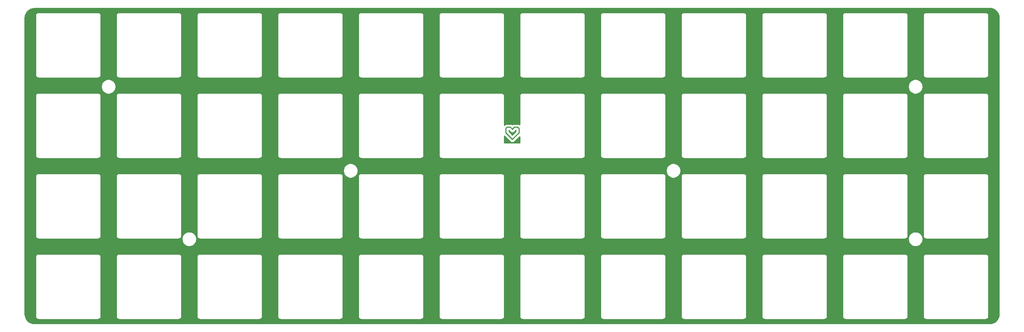
<source format=gbr>
G04 #@! TF.GenerationSoftware,KiCad,Pcbnew,(5.1.10)-1*
G04 #@! TF.CreationDate,2022-09-11T19:43:20-07:00*
G04 #@! TF.ProjectId,ortho Plate,6f727468-6f20-4506-9c61-74652e6b6963,rev?*
G04 #@! TF.SameCoordinates,Original*
G04 #@! TF.FileFunction,Copper,L1,Top*
G04 #@! TF.FilePolarity,Positive*
%FSLAX46Y46*%
G04 Gerber Fmt 4.6, Leading zero omitted, Abs format (unit mm)*
G04 Created by KiCad (PCBNEW (5.1.10)-1) date 2022-09-11 19:43:20*
%MOMM*%
%LPD*%
G01*
G04 APERTURE LIST*
G04 #@! TA.AperFunction,Conductor*
%ADD10C,0.250000*%
G04 #@! TD*
G04 #@! TA.AperFunction,NonConductor*
%ADD11C,0.254000*%
G04 #@! TD*
G04 #@! TA.AperFunction,NonConductor*
%ADD12C,0.100000*%
G04 #@! TD*
G04 APERTURE END LIST*
D10*
X128823720Y-42448480D02*
X128823720Y-42372280D01*
X129280920Y-41915080D02*
X128823720Y-42372280D01*
X130081020Y-41915080D02*
X129280920Y-41915080D01*
X130373120Y-42207180D02*
X130081020Y-41915080D01*
X127274320Y-43235880D02*
X128823720Y-44785280D01*
X130373120Y-43235880D02*
X130373120Y-42207180D01*
X128823720Y-44785280D02*
X130373120Y-43235880D01*
X127274320Y-42207180D02*
X127274320Y-43235880D01*
X127566420Y-41915080D02*
X127274320Y-42207180D01*
X128366520Y-41915080D02*
X127566420Y-41915080D01*
X128823720Y-42372280D02*
X128366520Y-41915080D01*
D11*
X241904635Y-13805294D02*
X242327161Y-13932862D01*
X242716862Y-14140069D01*
X243058893Y-14419024D01*
X243340229Y-14759099D01*
X243550151Y-15147344D01*
X243680665Y-15568965D01*
X243730381Y-16041983D01*
X243730380Y-86087753D01*
X243683786Y-86562955D01*
X243556218Y-86985481D01*
X243349011Y-87375182D01*
X243070056Y-87717213D01*
X242729981Y-87998549D01*
X242341736Y-88208471D01*
X241920117Y-88338985D01*
X241447106Y-88388700D01*
X16081327Y-88388700D01*
X15606125Y-88342106D01*
X15183599Y-88214538D01*
X14793898Y-88007331D01*
X14451867Y-87728376D01*
X14170531Y-87388301D01*
X13960609Y-87000056D01*
X13830095Y-86578437D01*
X13780380Y-86105426D01*
X13780380Y-72648700D01*
X16241824Y-72648700D01*
X16245380Y-72684805D01*
X16245381Y-86612585D01*
X16241824Y-86648700D01*
X16256015Y-86792785D01*
X16298043Y-86931333D01*
X16366293Y-87059020D01*
X16458142Y-87170938D01*
X16570060Y-87262787D01*
X16697747Y-87331037D01*
X16836295Y-87373065D01*
X16944275Y-87383700D01*
X16980380Y-87387256D01*
X17016485Y-87383700D01*
X30944275Y-87383700D01*
X30980380Y-87387256D01*
X31016485Y-87383700D01*
X31124465Y-87373065D01*
X31263013Y-87331037D01*
X31390700Y-87262787D01*
X31502618Y-87170938D01*
X31594467Y-87059020D01*
X31662717Y-86931333D01*
X31704745Y-86792785D01*
X31718936Y-86648700D01*
X31715380Y-86612595D01*
X31715380Y-72684805D01*
X31718936Y-72648700D01*
X35291824Y-72648700D01*
X35295380Y-72684805D01*
X35295381Y-86612585D01*
X35291824Y-86648700D01*
X35306015Y-86792785D01*
X35348043Y-86931333D01*
X35416293Y-87059020D01*
X35508142Y-87170938D01*
X35620060Y-87262787D01*
X35747747Y-87331037D01*
X35886295Y-87373065D01*
X35994275Y-87383700D01*
X36030380Y-87387256D01*
X36066485Y-87383700D01*
X49994275Y-87383700D01*
X50030380Y-87387256D01*
X50066485Y-87383700D01*
X50174465Y-87373065D01*
X50313013Y-87331037D01*
X50440700Y-87262787D01*
X50552618Y-87170938D01*
X50644467Y-87059020D01*
X50712717Y-86931333D01*
X50754745Y-86792785D01*
X50768936Y-86648700D01*
X50765380Y-86612595D01*
X50765380Y-72684805D01*
X50768936Y-72648700D01*
X54341824Y-72648700D01*
X54345380Y-72684805D01*
X54345381Y-86612585D01*
X54341824Y-86648700D01*
X54356015Y-86792785D01*
X54398043Y-86931333D01*
X54466293Y-87059020D01*
X54558142Y-87170938D01*
X54670060Y-87262787D01*
X54797747Y-87331037D01*
X54936295Y-87373065D01*
X55044275Y-87383700D01*
X55080380Y-87387256D01*
X55116485Y-87383700D01*
X69044275Y-87383700D01*
X69080380Y-87387256D01*
X69116485Y-87383700D01*
X69224465Y-87373065D01*
X69363013Y-87331037D01*
X69490700Y-87262787D01*
X69602618Y-87170938D01*
X69694467Y-87059020D01*
X69762717Y-86931333D01*
X69804745Y-86792785D01*
X69818936Y-86648700D01*
X69815380Y-86612595D01*
X69815380Y-72684805D01*
X69818936Y-72648700D01*
X73391824Y-72648700D01*
X73395380Y-72684805D01*
X73395381Y-86612585D01*
X73391824Y-86648700D01*
X73406015Y-86792785D01*
X73448043Y-86931333D01*
X73516293Y-87059020D01*
X73608142Y-87170938D01*
X73720060Y-87262787D01*
X73847747Y-87331037D01*
X73986295Y-87373065D01*
X74094275Y-87383700D01*
X74130380Y-87387256D01*
X74166485Y-87383700D01*
X88094275Y-87383700D01*
X88130380Y-87387256D01*
X88166485Y-87383700D01*
X88274465Y-87373065D01*
X88413013Y-87331037D01*
X88540700Y-87262787D01*
X88652618Y-87170938D01*
X88744467Y-87059020D01*
X88812717Y-86931333D01*
X88854745Y-86792785D01*
X88868936Y-86648700D01*
X88865380Y-86612595D01*
X88865380Y-72684805D01*
X88868936Y-72648700D01*
X92441824Y-72648700D01*
X92445380Y-72684805D01*
X92445381Y-86612585D01*
X92441824Y-86648700D01*
X92456015Y-86792785D01*
X92498043Y-86931333D01*
X92566293Y-87059020D01*
X92658142Y-87170938D01*
X92770060Y-87262787D01*
X92897747Y-87331037D01*
X93036295Y-87373065D01*
X93144275Y-87383700D01*
X93180380Y-87387256D01*
X93216485Y-87383700D01*
X107144275Y-87383700D01*
X107180380Y-87387256D01*
X107216485Y-87383700D01*
X107324465Y-87373065D01*
X107463013Y-87331037D01*
X107590700Y-87262787D01*
X107702618Y-87170938D01*
X107794467Y-87059020D01*
X107862717Y-86931333D01*
X107904745Y-86792785D01*
X107918936Y-86648700D01*
X107915380Y-86612595D01*
X107915380Y-72684805D01*
X107918936Y-72648700D01*
X111491825Y-72648700D01*
X111495381Y-72684805D01*
X111495382Y-86612585D01*
X111491825Y-86648700D01*
X111506016Y-86792785D01*
X111548044Y-86931333D01*
X111616294Y-87059020D01*
X111708143Y-87170938D01*
X111820061Y-87262787D01*
X111947748Y-87331037D01*
X112086296Y-87373065D01*
X112194276Y-87383700D01*
X112230381Y-87387256D01*
X112266486Y-87383700D01*
X126194275Y-87383700D01*
X126230380Y-87387256D01*
X126266485Y-87383700D01*
X126374465Y-87373065D01*
X126513013Y-87331037D01*
X126640700Y-87262787D01*
X126752618Y-87170938D01*
X126844467Y-87059020D01*
X126912717Y-86931333D01*
X126954745Y-86792785D01*
X126968936Y-86648700D01*
X126965380Y-86612595D01*
X126965380Y-72684805D01*
X126968936Y-72648700D01*
X130541824Y-72648700D01*
X130545380Y-72684805D01*
X130545381Y-86612585D01*
X130541824Y-86648700D01*
X130556015Y-86792785D01*
X130598043Y-86931333D01*
X130666293Y-87059020D01*
X130758142Y-87170938D01*
X130870060Y-87262787D01*
X130997747Y-87331037D01*
X131136295Y-87373065D01*
X131244275Y-87383700D01*
X131280380Y-87387256D01*
X131316485Y-87383700D01*
X145244274Y-87383700D01*
X145280379Y-87387256D01*
X145316484Y-87383700D01*
X145424464Y-87373065D01*
X145563012Y-87331037D01*
X145690699Y-87262787D01*
X145802617Y-87170938D01*
X145894466Y-87059020D01*
X145962716Y-86931333D01*
X146004744Y-86792785D01*
X146018935Y-86648700D01*
X146015379Y-86612595D01*
X146015379Y-72684805D01*
X146018935Y-72648700D01*
X149591824Y-72648700D01*
X149595380Y-72684805D01*
X149595381Y-86612585D01*
X149591824Y-86648700D01*
X149606015Y-86792785D01*
X149648043Y-86931333D01*
X149716293Y-87059020D01*
X149808142Y-87170938D01*
X149920060Y-87262787D01*
X150047747Y-87331037D01*
X150186295Y-87373065D01*
X150294275Y-87383700D01*
X150330380Y-87387256D01*
X150366485Y-87383700D01*
X164294275Y-87383700D01*
X164330380Y-87387256D01*
X164366485Y-87383700D01*
X164474465Y-87373065D01*
X164613013Y-87331037D01*
X164740700Y-87262787D01*
X164852618Y-87170938D01*
X164944467Y-87059020D01*
X165012717Y-86931333D01*
X165054745Y-86792785D01*
X165068936Y-86648700D01*
X165065380Y-86612595D01*
X165065380Y-72684805D01*
X165068936Y-72648700D01*
X168641824Y-72648700D01*
X168645380Y-72684805D01*
X168645381Y-86612585D01*
X168641824Y-86648700D01*
X168656015Y-86792785D01*
X168698043Y-86931333D01*
X168766293Y-87059020D01*
X168858142Y-87170938D01*
X168970060Y-87262787D01*
X169097747Y-87331037D01*
X169236295Y-87373065D01*
X169344275Y-87383700D01*
X169380380Y-87387256D01*
X169416485Y-87383700D01*
X183344275Y-87383700D01*
X183380380Y-87387256D01*
X183416485Y-87383700D01*
X183524465Y-87373065D01*
X183663013Y-87331037D01*
X183790700Y-87262787D01*
X183902618Y-87170938D01*
X183994467Y-87059020D01*
X184062717Y-86931333D01*
X184104745Y-86792785D01*
X184118936Y-86648700D01*
X184115380Y-86612595D01*
X184115380Y-72684805D01*
X184118936Y-72648700D01*
X187691824Y-72648700D01*
X187695380Y-72684805D01*
X187695381Y-86612585D01*
X187691824Y-86648700D01*
X187706015Y-86792785D01*
X187748043Y-86931333D01*
X187816293Y-87059020D01*
X187908142Y-87170938D01*
X188020060Y-87262787D01*
X188147747Y-87331037D01*
X188286295Y-87373065D01*
X188394275Y-87383700D01*
X188430380Y-87387256D01*
X188466485Y-87383700D01*
X202394275Y-87383700D01*
X202430380Y-87387256D01*
X202466485Y-87383700D01*
X202574465Y-87373065D01*
X202713013Y-87331037D01*
X202840700Y-87262787D01*
X202952618Y-87170938D01*
X203044467Y-87059020D01*
X203112717Y-86931333D01*
X203154745Y-86792785D01*
X203168936Y-86648700D01*
X203165380Y-86612595D01*
X203165380Y-72684805D01*
X203168936Y-72648700D01*
X206741824Y-72648700D01*
X206745380Y-72684805D01*
X206745381Y-86612585D01*
X206741824Y-86648700D01*
X206756015Y-86792785D01*
X206798043Y-86931333D01*
X206866293Y-87059020D01*
X206958142Y-87170938D01*
X207070060Y-87262787D01*
X207197747Y-87331037D01*
X207336295Y-87373065D01*
X207444275Y-87383700D01*
X207480380Y-87387256D01*
X207516485Y-87383700D01*
X221444275Y-87383700D01*
X221480380Y-87387256D01*
X221516485Y-87383700D01*
X221624465Y-87373065D01*
X221763013Y-87331037D01*
X221890700Y-87262787D01*
X222002618Y-87170938D01*
X222094467Y-87059020D01*
X222162717Y-86931333D01*
X222204745Y-86792785D01*
X222218936Y-86648700D01*
X222215380Y-86612595D01*
X222215380Y-72684805D01*
X222218936Y-72648700D01*
X225791824Y-72648700D01*
X225795380Y-72684805D01*
X225795381Y-86612585D01*
X225791824Y-86648700D01*
X225806015Y-86792785D01*
X225848043Y-86931333D01*
X225916293Y-87059020D01*
X226008142Y-87170938D01*
X226120060Y-87262787D01*
X226247747Y-87331037D01*
X226386295Y-87373065D01*
X226494275Y-87383700D01*
X226530380Y-87387256D01*
X226566485Y-87383700D01*
X240494275Y-87383700D01*
X240530380Y-87387256D01*
X240566485Y-87383700D01*
X240674465Y-87373065D01*
X240813013Y-87331037D01*
X240940700Y-87262787D01*
X241052618Y-87170938D01*
X241144467Y-87059020D01*
X241212717Y-86931333D01*
X241254745Y-86792785D01*
X241268936Y-86648700D01*
X241265380Y-86612595D01*
X241265380Y-72684805D01*
X241268936Y-72648700D01*
X241254745Y-72504615D01*
X241212717Y-72366067D01*
X241144467Y-72238380D01*
X241052618Y-72126462D01*
X240940700Y-72034613D01*
X240813013Y-71966363D01*
X240674465Y-71924335D01*
X240566485Y-71913700D01*
X240530380Y-71910144D01*
X240494275Y-71913700D01*
X226566485Y-71913700D01*
X226530380Y-71910144D01*
X226494275Y-71913700D01*
X226386295Y-71924335D01*
X226247747Y-71966363D01*
X226120060Y-72034613D01*
X226008142Y-72126462D01*
X225916293Y-72238380D01*
X225848043Y-72366067D01*
X225806015Y-72504615D01*
X225791824Y-72648700D01*
X222218936Y-72648700D01*
X222204745Y-72504615D01*
X222162717Y-72366067D01*
X222094467Y-72238380D01*
X222002618Y-72126462D01*
X221890700Y-72034613D01*
X221763013Y-71966363D01*
X221624465Y-71924335D01*
X221516485Y-71913700D01*
X221480380Y-71910144D01*
X221444275Y-71913700D01*
X207516485Y-71913700D01*
X207480380Y-71910144D01*
X207444275Y-71913700D01*
X207336295Y-71924335D01*
X207197747Y-71966363D01*
X207070060Y-72034613D01*
X206958142Y-72126462D01*
X206866293Y-72238380D01*
X206798043Y-72366067D01*
X206756015Y-72504615D01*
X206741824Y-72648700D01*
X203168936Y-72648700D01*
X203154745Y-72504615D01*
X203112717Y-72366067D01*
X203044467Y-72238380D01*
X202952618Y-72126462D01*
X202840700Y-72034613D01*
X202713013Y-71966363D01*
X202574465Y-71924335D01*
X202466485Y-71913700D01*
X202430380Y-71910144D01*
X202394275Y-71913700D01*
X188466485Y-71913700D01*
X188430380Y-71910144D01*
X188394275Y-71913700D01*
X188286295Y-71924335D01*
X188147747Y-71966363D01*
X188020060Y-72034613D01*
X187908142Y-72126462D01*
X187816293Y-72238380D01*
X187748043Y-72366067D01*
X187706015Y-72504615D01*
X187691824Y-72648700D01*
X184118936Y-72648700D01*
X184104745Y-72504615D01*
X184062717Y-72366067D01*
X183994467Y-72238380D01*
X183902618Y-72126462D01*
X183790700Y-72034613D01*
X183663013Y-71966363D01*
X183524465Y-71924335D01*
X183416485Y-71913700D01*
X183380380Y-71910144D01*
X183344275Y-71913700D01*
X169416485Y-71913700D01*
X169380380Y-71910144D01*
X169344275Y-71913700D01*
X169236295Y-71924335D01*
X169097747Y-71966363D01*
X168970060Y-72034613D01*
X168858142Y-72126462D01*
X168766293Y-72238380D01*
X168698043Y-72366067D01*
X168656015Y-72504615D01*
X168641824Y-72648700D01*
X165068936Y-72648700D01*
X165054745Y-72504615D01*
X165012717Y-72366067D01*
X164944467Y-72238380D01*
X164852618Y-72126462D01*
X164740700Y-72034613D01*
X164613013Y-71966363D01*
X164474465Y-71924335D01*
X164366485Y-71913700D01*
X164330380Y-71910144D01*
X164294275Y-71913700D01*
X150366485Y-71913700D01*
X150330380Y-71910144D01*
X150294275Y-71913700D01*
X150186295Y-71924335D01*
X150047747Y-71966363D01*
X149920060Y-72034613D01*
X149808142Y-72126462D01*
X149716293Y-72238380D01*
X149648043Y-72366067D01*
X149606015Y-72504615D01*
X149591824Y-72648700D01*
X146018935Y-72648700D01*
X146004744Y-72504615D01*
X145962716Y-72366067D01*
X145894466Y-72238380D01*
X145802617Y-72126462D01*
X145690699Y-72034613D01*
X145563012Y-71966363D01*
X145424464Y-71924335D01*
X145316484Y-71913700D01*
X145280379Y-71910144D01*
X145244274Y-71913700D01*
X131316485Y-71913700D01*
X131280380Y-71910144D01*
X131244275Y-71913700D01*
X131136295Y-71924335D01*
X130997747Y-71966363D01*
X130870060Y-72034613D01*
X130758142Y-72126462D01*
X130666293Y-72238380D01*
X130598043Y-72366067D01*
X130556015Y-72504615D01*
X130541824Y-72648700D01*
X126968936Y-72648700D01*
X126954745Y-72504615D01*
X126912717Y-72366067D01*
X126844467Y-72238380D01*
X126752618Y-72126462D01*
X126640700Y-72034613D01*
X126513013Y-71966363D01*
X126374465Y-71924335D01*
X126266485Y-71913700D01*
X126230380Y-71910144D01*
X126194275Y-71913700D01*
X112266486Y-71913700D01*
X112230381Y-71910144D01*
X112194276Y-71913700D01*
X112086296Y-71924335D01*
X111947748Y-71966363D01*
X111820061Y-72034613D01*
X111708143Y-72126462D01*
X111616294Y-72238380D01*
X111548044Y-72366067D01*
X111506016Y-72504615D01*
X111491825Y-72648700D01*
X107918936Y-72648700D01*
X107904745Y-72504615D01*
X107862717Y-72366067D01*
X107794467Y-72238380D01*
X107702618Y-72126462D01*
X107590700Y-72034613D01*
X107463013Y-71966363D01*
X107324465Y-71924335D01*
X107216485Y-71913700D01*
X107180380Y-71910144D01*
X107144275Y-71913700D01*
X93216485Y-71913700D01*
X93180380Y-71910144D01*
X93144275Y-71913700D01*
X93036295Y-71924335D01*
X92897747Y-71966363D01*
X92770060Y-72034613D01*
X92658142Y-72126462D01*
X92566293Y-72238380D01*
X92498043Y-72366067D01*
X92456015Y-72504615D01*
X92441824Y-72648700D01*
X88868936Y-72648700D01*
X88854745Y-72504615D01*
X88812717Y-72366067D01*
X88744467Y-72238380D01*
X88652618Y-72126462D01*
X88540700Y-72034613D01*
X88413013Y-71966363D01*
X88274465Y-71924335D01*
X88166485Y-71913700D01*
X88130380Y-71910144D01*
X88094275Y-71913700D01*
X74166485Y-71913700D01*
X74130380Y-71910144D01*
X74094275Y-71913700D01*
X73986295Y-71924335D01*
X73847747Y-71966363D01*
X73720060Y-72034613D01*
X73608142Y-72126462D01*
X73516293Y-72238380D01*
X73448043Y-72366067D01*
X73406015Y-72504615D01*
X73391824Y-72648700D01*
X69818936Y-72648700D01*
X69804745Y-72504615D01*
X69762717Y-72366067D01*
X69694467Y-72238380D01*
X69602618Y-72126462D01*
X69490700Y-72034613D01*
X69363013Y-71966363D01*
X69224465Y-71924335D01*
X69116485Y-71913700D01*
X69080380Y-71910144D01*
X69044275Y-71913700D01*
X55116485Y-71913700D01*
X55080380Y-71910144D01*
X55044275Y-71913700D01*
X54936295Y-71924335D01*
X54797747Y-71966363D01*
X54670060Y-72034613D01*
X54558142Y-72126462D01*
X54466293Y-72238380D01*
X54398043Y-72366067D01*
X54356015Y-72504615D01*
X54341824Y-72648700D01*
X50768936Y-72648700D01*
X50754745Y-72504615D01*
X50712717Y-72366067D01*
X50644467Y-72238380D01*
X50552618Y-72126462D01*
X50440700Y-72034613D01*
X50313013Y-71966363D01*
X50174465Y-71924335D01*
X50066485Y-71913700D01*
X50030380Y-71910144D01*
X49994275Y-71913700D01*
X36066485Y-71913700D01*
X36030380Y-71910144D01*
X35994275Y-71913700D01*
X35886295Y-71924335D01*
X35747747Y-71966363D01*
X35620060Y-72034613D01*
X35508142Y-72126462D01*
X35416293Y-72238380D01*
X35348043Y-72366067D01*
X35306015Y-72504615D01*
X35291824Y-72648700D01*
X31718936Y-72648700D01*
X31704745Y-72504615D01*
X31662717Y-72366067D01*
X31594467Y-72238380D01*
X31502618Y-72126462D01*
X31390700Y-72034613D01*
X31263013Y-71966363D01*
X31124465Y-71924335D01*
X31016485Y-71913700D01*
X30980380Y-71910144D01*
X30944275Y-71913700D01*
X17016485Y-71913700D01*
X16980380Y-71910144D01*
X16944275Y-71913700D01*
X16836295Y-71924335D01*
X16697747Y-71966363D01*
X16570060Y-72034613D01*
X16458142Y-72126462D01*
X16366293Y-72238380D01*
X16298043Y-72366067D01*
X16256015Y-72504615D01*
X16241824Y-72648700D01*
X13780380Y-72648700D01*
X13780380Y-53598700D01*
X16241824Y-53598700D01*
X16245380Y-53634805D01*
X16245381Y-67562584D01*
X16241824Y-67598699D01*
X16256015Y-67742784D01*
X16298043Y-67881332D01*
X16366293Y-68009019D01*
X16458142Y-68120937D01*
X16570060Y-68212786D01*
X16697747Y-68281036D01*
X16836295Y-68323064D01*
X16944275Y-68333699D01*
X16980380Y-68337255D01*
X17016485Y-68333699D01*
X30944275Y-68333699D01*
X30980380Y-68337255D01*
X31016485Y-68333699D01*
X31124465Y-68323064D01*
X31263013Y-68281036D01*
X31390700Y-68212786D01*
X31502618Y-68120937D01*
X31594467Y-68009019D01*
X31662717Y-67881332D01*
X31704745Y-67742784D01*
X31718936Y-67598699D01*
X31715380Y-67562594D01*
X31715380Y-53634805D01*
X31718936Y-53598700D01*
X35291824Y-53598700D01*
X35295380Y-53634805D01*
X35295381Y-67562584D01*
X35291824Y-67598699D01*
X35306015Y-67742784D01*
X35348043Y-67881332D01*
X35416293Y-68009019D01*
X35508142Y-68120937D01*
X35620060Y-68212786D01*
X35747747Y-68281036D01*
X35886295Y-68323064D01*
X35994275Y-68333699D01*
X36030380Y-68337255D01*
X36066485Y-68333699D01*
X49994275Y-68333699D01*
X50030380Y-68337255D01*
X50066485Y-68333699D01*
X50174465Y-68323064D01*
X50313013Y-68281036D01*
X50414706Y-68226680D01*
X50808831Y-68226680D01*
X50808831Y-68570720D01*
X50875950Y-68908150D01*
X51007608Y-69226001D01*
X51198747Y-69512060D01*
X51442020Y-69755333D01*
X51728079Y-69946472D01*
X52045930Y-70078130D01*
X52383360Y-70145249D01*
X52727400Y-70145249D01*
X53064830Y-70078130D01*
X53382681Y-69946472D01*
X53668740Y-69755333D01*
X53912013Y-69512060D01*
X54103152Y-69226001D01*
X54234810Y-68908150D01*
X54301929Y-68570720D01*
X54301929Y-68226680D01*
X54234810Y-67889250D01*
X54103152Y-67571399D01*
X53912013Y-67285340D01*
X53668740Y-67042067D01*
X53382681Y-66850928D01*
X53064830Y-66719270D01*
X52727400Y-66652151D01*
X52383360Y-66652151D01*
X52045930Y-66719270D01*
X51728079Y-66850928D01*
X51442020Y-67042067D01*
X51198747Y-67285340D01*
X51007608Y-67571399D01*
X50875950Y-67889250D01*
X50808831Y-68226680D01*
X50414706Y-68226680D01*
X50440700Y-68212786D01*
X50552618Y-68120937D01*
X50644467Y-68009019D01*
X50712717Y-67881332D01*
X50754745Y-67742784D01*
X50768936Y-67598699D01*
X50765380Y-67562594D01*
X50765380Y-53634805D01*
X50768936Y-53598700D01*
X54341824Y-53598700D01*
X54345380Y-53634805D01*
X54345381Y-67562584D01*
X54341824Y-67598699D01*
X54356015Y-67742784D01*
X54398043Y-67881332D01*
X54466293Y-68009019D01*
X54558142Y-68120937D01*
X54670060Y-68212786D01*
X54797747Y-68281036D01*
X54936295Y-68323064D01*
X55044275Y-68333699D01*
X55080380Y-68337255D01*
X55116485Y-68333699D01*
X69044275Y-68333699D01*
X69080380Y-68337255D01*
X69116485Y-68333699D01*
X69224465Y-68323064D01*
X69363013Y-68281036D01*
X69490700Y-68212786D01*
X69602618Y-68120937D01*
X69694467Y-68009019D01*
X69762717Y-67881332D01*
X69804745Y-67742784D01*
X69818936Y-67598699D01*
X69815380Y-67562594D01*
X69815380Y-53634805D01*
X69818936Y-53598700D01*
X73391824Y-53598700D01*
X73395380Y-53634805D01*
X73395381Y-67562584D01*
X73391824Y-67598699D01*
X73406015Y-67742784D01*
X73448043Y-67881332D01*
X73516293Y-68009019D01*
X73608142Y-68120937D01*
X73720060Y-68212786D01*
X73847747Y-68281036D01*
X73986295Y-68323064D01*
X74094275Y-68333699D01*
X74130380Y-68337255D01*
X74166485Y-68333699D01*
X88094275Y-68333699D01*
X88130380Y-68337255D01*
X88166485Y-68333699D01*
X88274465Y-68323064D01*
X88413013Y-68281036D01*
X88540700Y-68212786D01*
X88652618Y-68120937D01*
X88744467Y-68009019D01*
X88812717Y-67881332D01*
X88854745Y-67742784D01*
X88868936Y-67598699D01*
X88865380Y-67562594D01*
X88865380Y-53634805D01*
X88868936Y-53598700D01*
X88854745Y-53454615D01*
X88812717Y-53316067D01*
X88744467Y-53188380D01*
X88652618Y-53076462D01*
X88540700Y-52984613D01*
X88413013Y-52916363D01*
X88274465Y-52874335D01*
X88166485Y-52863700D01*
X88130380Y-52860144D01*
X88094275Y-52863700D01*
X74166485Y-52863700D01*
X74130380Y-52860144D01*
X74094275Y-52863700D01*
X73986295Y-52874335D01*
X73847747Y-52916363D01*
X73720060Y-52984613D01*
X73608142Y-53076462D01*
X73516293Y-53188380D01*
X73448043Y-53316067D01*
X73406015Y-53454615D01*
X73391824Y-53598700D01*
X69818936Y-53598700D01*
X69804745Y-53454615D01*
X69762717Y-53316067D01*
X69694467Y-53188380D01*
X69602618Y-53076462D01*
X69490700Y-52984613D01*
X69363013Y-52916363D01*
X69224465Y-52874335D01*
X69116485Y-52863700D01*
X69080380Y-52860144D01*
X69044275Y-52863700D01*
X55116485Y-52863700D01*
X55080380Y-52860144D01*
X55044275Y-52863700D01*
X54936295Y-52874335D01*
X54797747Y-52916363D01*
X54670060Y-52984613D01*
X54558142Y-53076462D01*
X54466293Y-53188380D01*
X54398043Y-53316067D01*
X54356015Y-53454615D01*
X54341824Y-53598700D01*
X50768936Y-53598700D01*
X50754745Y-53454615D01*
X50712717Y-53316067D01*
X50644467Y-53188380D01*
X50552618Y-53076462D01*
X50440700Y-52984613D01*
X50313013Y-52916363D01*
X50174465Y-52874335D01*
X50066485Y-52863700D01*
X50030380Y-52860144D01*
X49994275Y-52863700D01*
X36066485Y-52863700D01*
X36030380Y-52860144D01*
X35994275Y-52863700D01*
X35886295Y-52874335D01*
X35747747Y-52916363D01*
X35620060Y-52984613D01*
X35508142Y-53076462D01*
X35416293Y-53188380D01*
X35348043Y-53316067D01*
X35306015Y-53454615D01*
X35291824Y-53598700D01*
X31718936Y-53598700D01*
X31704745Y-53454615D01*
X31662717Y-53316067D01*
X31594467Y-53188380D01*
X31502618Y-53076462D01*
X31390700Y-52984613D01*
X31263013Y-52916363D01*
X31124465Y-52874335D01*
X31016485Y-52863700D01*
X30980380Y-52860144D01*
X30944275Y-52863700D01*
X17016485Y-52863700D01*
X16980380Y-52860144D01*
X16944275Y-52863700D01*
X16836295Y-52874335D01*
X16697747Y-52916363D01*
X16570060Y-52984613D01*
X16458142Y-53076462D01*
X16366293Y-53188380D01*
X16298043Y-53316067D01*
X16256015Y-53454615D01*
X16241824Y-53598700D01*
X13780380Y-53598700D01*
X13780380Y-52026680D01*
X88908831Y-52026680D01*
X88908831Y-52370720D01*
X88975950Y-52708150D01*
X89107608Y-53026001D01*
X89298747Y-53312060D01*
X89542020Y-53555333D01*
X89828079Y-53746472D01*
X90145930Y-53878130D01*
X90483360Y-53945249D01*
X90827400Y-53945249D01*
X91164830Y-53878130D01*
X91482681Y-53746472D01*
X91703836Y-53598700D01*
X92441824Y-53598700D01*
X92445380Y-53634805D01*
X92445381Y-67562584D01*
X92441824Y-67598699D01*
X92456015Y-67742784D01*
X92498043Y-67881332D01*
X92566293Y-68009019D01*
X92658142Y-68120937D01*
X92770060Y-68212786D01*
X92897747Y-68281036D01*
X93036295Y-68323064D01*
X93144275Y-68333699D01*
X93180380Y-68337255D01*
X93216485Y-68333699D01*
X107144275Y-68333699D01*
X107180380Y-68337255D01*
X107216485Y-68333699D01*
X107324465Y-68323064D01*
X107463013Y-68281036D01*
X107590700Y-68212786D01*
X107702618Y-68120937D01*
X107794467Y-68009019D01*
X107862717Y-67881332D01*
X107904745Y-67742784D01*
X107918936Y-67598699D01*
X107915380Y-67562594D01*
X107915380Y-53634805D01*
X107918936Y-53598700D01*
X111491825Y-53598700D01*
X111495381Y-53634805D01*
X111495382Y-67562584D01*
X111491825Y-67598699D01*
X111506016Y-67742784D01*
X111548044Y-67881332D01*
X111616294Y-68009019D01*
X111708143Y-68120937D01*
X111820061Y-68212786D01*
X111947748Y-68281036D01*
X112086296Y-68323064D01*
X112194276Y-68333699D01*
X112230381Y-68337255D01*
X112266486Y-68333699D01*
X126194275Y-68333699D01*
X126230380Y-68337255D01*
X126266485Y-68333699D01*
X126374465Y-68323064D01*
X126513013Y-68281036D01*
X126640700Y-68212786D01*
X126752618Y-68120937D01*
X126844467Y-68009019D01*
X126912717Y-67881332D01*
X126954745Y-67742784D01*
X126968936Y-67598699D01*
X126965380Y-67562594D01*
X126965380Y-53634805D01*
X126968936Y-53598700D01*
X130541824Y-53598700D01*
X130545380Y-53634805D01*
X130545381Y-67562584D01*
X130541824Y-67598699D01*
X130556015Y-67742784D01*
X130598043Y-67881332D01*
X130666293Y-68009019D01*
X130758142Y-68120937D01*
X130870060Y-68212786D01*
X130997747Y-68281036D01*
X131136295Y-68323064D01*
X131244275Y-68333699D01*
X131280380Y-68337255D01*
X131316485Y-68333699D01*
X145244274Y-68333699D01*
X145280379Y-68337255D01*
X145316484Y-68333699D01*
X145424464Y-68323064D01*
X145563012Y-68281036D01*
X145690699Y-68212786D01*
X145802617Y-68120937D01*
X145894466Y-68009019D01*
X145962716Y-67881332D01*
X146004744Y-67742784D01*
X146018935Y-67598699D01*
X146015379Y-67562594D01*
X146015379Y-53634805D01*
X146018935Y-53598700D01*
X149591824Y-53598700D01*
X149595380Y-53634805D01*
X149595381Y-67562584D01*
X149591824Y-67598699D01*
X149606015Y-67742784D01*
X149648043Y-67881332D01*
X149716293Y-68009019D01*
X149808142Y-68120937D01*
X149920060Y-68212786D01*
X150047747Y-68281036D01*
X150186295Y-68323064D01*
X150294275Y-68333699D01*
X150330380Y-68337255D01*
X150366485Y-68333699D01*
X164294275Y-68333699D01*
X164330380Y-68337255D01*
X164366485Y-68333699D01*
X164474465Y-68323064D01*
X164613013Y-68281036D01*
X164740700Y-68212786D01*
X164852618Y-68120937D01*
X164944467Y-68009019D01*
X165012717Y-67881332D01*
X165054745Y-67742784D01*
X165068936Y-67598699D01*
X165065380Y-67562594D01*
X165065380Y-53634805D01*
X165068936Y-53598700D01*
X165054745Y-53454615D01*
X165012717Y-53316067D01*
X164944467Y-53188380D01*
X164852618Y-53076462D01*
X164740700Y-52984613D01*
X164613013Y-52916363D01*
X164474465Y-52874335D01*
X164366485Y-52863700D01*
X164330380Y-52860144D01*
X164294275Y-52863700D01*
X150366485Y-52863700D01*
X150330380Y-52860144D01*
X150294275Y-52863700D01*
X150186295Y-52874335D01*
X150047747Y-52916363D01*
X149920060Y-52984613D01*
X149808142Y-53076462D01*
X149716293Y-53188380D01*
X149648043Y-53316067D01*
X149606015Y-53454615D01*
X149591824Y-53598700D01*
X146018935Y-53598700D01*
X146004744Y-53454615D01*
X145962716Y-53316067D01*
X145894466Y-53188380D01*
X145802617Y-53076462D01*
X145690699Y-52984613D01*
X145563012Y-52916363D01*
X145424464Y-52874335D01*
X145316484Y-52863700D01*
X145280379Y-52860144D01*
X145244274Y-52863700D01*
X131316485Y-52863700D01*
X131280380Y-52860144D01*
X131244275Y-52863700D01*
X131136295Y-52874335D01*
X130997747Y-52916363D01*
X130870060Y-52984613D01*
X130758142Y-53076462D01*
X130666293Y-53188380D01*
X130598043Y-53316067D01*
X130556015Y-53454615D01*
X130541824Y-53598700D01*
X126968936Y-53598700D01*
X126954745Y-53454615D01*
X126912717Y-53316067D01*
X126844467Y-53188380D01*
X126752618Y-53076462D01*
X126640700Y-52984613D01*
X126513013Y-52916363D01*
X126374465Y-52874335D01*
X126266485Y-52863700D01*
X126230380Y-52860144D01*
X126194275Y-52863700D01*
X112266486Y-52863700D01*
X112230381Y-52860144D01*
X112194276Y-52863700D01*
X112086296Y-52874335D01*
X111947748Y-52916363D01*
X111820061Y-52984613D01*
X111708143Y-53076462D01*
X111616294Y-53188380D01*
X111548044Y-53316067D01*
X111506016Y-53454615D01*
X111491825Y-53598700D01*
X107918936Y-53598700D01*
X107904745Y-53454615D01*
X107862717Y-53316067D01*
X107794467Y-53188380D01*
X107702618Y-53076462D01*
X107590700Y-52984613D01*
X107463013Y-52916363D01*
X107324465Y-52874335D01*
X107216485Y-52863700D01*
X107180380Y-52860144D01*
X107144275Y-52863700D01*
X93216485Y-52863700D01*
X93180380Y-52860144D01*
X93144275Y-52863700D01*
X93036295Y-52874335D01*
X92897747Y-52916363D01*
X92770060Y-52984613D01*
X92658142Y-53076462D01*
X92566293Y-53188380D01*
X92498043Y-53316067D01*
X92456015Y-53454615D01*
X92441824Y-53598700D01*
X91703836Y-53598700D01*
X91768740Y-53555333D01*
X92012013Y-53312060D01*
X92203152Y-53026001D01*
X92334810Y-52708150D01*
X92401929Y-52370720D01*
X92401929Y-52026680D01*
X165108831Y-52026680D01*
X165108831Y-52370720D01*
X165175950Y-52708150D01*
X165307608Y-53026001D01*
X165498747Y-53312060D01*
X165742020Y-53555333D01*
X166028079Y-53746472D01*
X166345930Y-53878130D01*
X166683360Y-53945249D01*
X167027400Y-53945249D01*
X167364830Y-53878130D01*
X167682681Y-53746472D01*
X167903836Y-53598700D01*
X168641824Y-53598700D01*
X168645380Y-53634805D01*
X168645381Y-67562584D01*
X168641824Y-67598699D01*
X168656015Y-67742784D01*
X168698043Y-67881332D01*
X168766293Y-68009019D01*
X168858142Y-68120937D01*
X168970060Y-68212786D01*
X169097747Y-68281036D01*
X169236295Y-68323064D01*
X169344275Y-68333699D01*
X169380380Y-68337255D01*
X169416485Y-68333699D01*
X183344275Y-68333699D01*
X183380380Y-68337255D01*
X183416485Y-68333699D01*
X183524465Y-68323064D01*
X183663013Y-68281036D01*
X183790700Y-68212786D01*
X183902618Y-68120937D01*
X183994467Y-68009019D01*
X184062717Y-67881332D01*
X184104745Y-67742784D01*
X184118936Y-67598699D01*
X184115380Y-67562594D01*
X184115380Y-53634805D01*
X184118936Y-53598700D01*
X187691824Y-53598700D01*
X187695380Y-53634805D01*
X187695381Y-67562584D01*
X187691824Y-67598699D01*
X187706015Y-67742784D01*
X187748043Y-67881332D01*
X187816293Y-68009019D01*
X187908142Y-68120937D01*
X188020060Y-68212786D01*
X188147747Y-68281036D01*
X188286295Y-68323064D01*
X188394275Y-68333699D01*
X188430380Y-68337255D01*
X188466485Y-68333699D01*
X202394275Y-68333699D01*
X202430380Y-68337255D01*
X202466485Y-68333699D01*
X202574465Y-68323064D01*
X202713013Y-68281036D01*
X202840700Y-68212786D01*
X202952618Y-68120937D01*
X203044467Y-68009019D01*
X203112717Y-67881332D01*
X203154745Y-67742784D01*
X203168936Y-67598699D01*
X203165380Y-67562594D01*
X203165380Y-53634805D01*
X203168936Y-53598700D01*
X206741824Y-53598700D01*
X206745380Y-53634805D01*
X206745381Y-67562584D01*
X206741824Y-67598699D01*
X206756015Y-67742784D01*
X206798043Y-67881332D01*
X206866293Y-68009019D01*
X206958142Y-68120937D01*
X207070060Y-68212786D01*
X207197747Y-68281036D01*
X207336295Y-68323064D01*
X207444275Y-68333699D01*
X207480380Y-68337255D01*
X207516485Y-68333699D01*
X221444275Y-68333699D01*
X221480380Y-68337255D01*
X221516485Y-68333699D01*
X221624465Y-68323064D01*
X221763013Y-68281036D01*
X221864706Y-68226680D01*
X222258831Y-68226680D01*
X222258831Y-68570720D01*
X222325950Y-68908150D01*
X222457608Y-69226001D01*
X222648747Y-69512060D01*
X222892020Y-69755333D01*
X223178079Y-69946472D01*
X223495930Y-70078130D01*
X223833360Y-70145249D01*
X224177400Y-70145249D01*
X224514830Y-70078130D01*
X224832681Y-69946472D01*
X225118740Y-69755333D01*
X225362013Y-69512060D01*
X225553152Y-69226001D01*
X225684810Y-68908150D01*
X225751929Y-68570720D01*
X225751929Y-68226680D01*
X225684810Y-67889250D01*
X225553152Y-67571399D01*
X225362013Y-67285340D01*
X225118740Y-67042067D01*
X224832681Y-66850928D01*
X224514830Y-66719270D01*
X224177400Y-66652151D01*
X223833360Y-66652151D01*
X223495930Y-66719270D01*
X223178079Y-66850928D01*
X222892020Y-67042067D01*
X222648747Y-67285340D01*
X222457608Y-67571399D01*
X222325950Y-67889250D01*
X222258831Y-68226680D01*
X221864706Y-68226680D01*
X221890700Y-68212786D01*
X222002618Y-68120937D01*
X222094467Y-68009019D01*
X222162717Y-67881332D01*
X222204745Y-67742784D01*
X222218936Y-67598699D01*
X222215380Y-67562594D01*
X222215380Y-53634805D01*
X222218936Y-53598700D01*
X225791824Y-53598700D01*
X225795380Y-53634805D01*
X225795381Y-67562584D01*
X225791824Y-67598699D01*
X225806015Y-67742784D01*
X225848043Y-67881332D01*
X225916293Y-68009019D01*
X226008142Y-68120937D01*
X226120060Y-68212786D01*
X226247747Y-68281036D01*
X226386295Y-68323064D01*
X226494275Y-68333699D01*
X226530380Y-68337255D01*
X226566485Y-68333699D01*
X240494275Y-68333699D01*
X240530380Y-68337255D01*
X240566485Y-68333699D01*
X240674465Y-68323064D01*
X240813013Y-68281036D01*
X240940700Y-68212786D01*
X241052618Y-68120937D01*
X241144467Y-68009019D01*
X241212717Y-67881332D01*
X241254745Y-67742784D01*
X241268936Y-67598699D01*
X241265380Y-67562594D01*
X241265380Y-53634805D01*
X241268936Y-53598700D01*
X241254745Y-53454615D01*
X241212717Y-53316067D01*
X241144467Y-53188380D01*
X241052618Y-53076462D01*
X240940700Y-52984613D01*
X240813013Y-52916363D01*
X240674465Y-52874335D01*
X240566485Y-52863700D01*
X240530380Y-52860144D01*
X240494275Y-52863700D01*
X226566485Y-52863700D01*
X226530380Y-52860144D01*
X226494275Y-52863700D01*
X226386295Y-52874335D01*
X226247747Y-52916363D01*
X226120060Y-52984613D01*
X226008142Y-53076462D01*
X225916293Y-53188380D01*
X225848043Y-53316067D01*
X225806015Y-53454615D01*
X225791824Y-53598700D01*
X222218936Y-53598700D01*
X222204745Y-53454615D01*
X222162717Y-53316067D01*
X222094467Y-53188380D01*
X222002618Y-53076462D01*
X221890700Y-52984613D01*
X221763013Y-52916363D01*
X221624465Y-52874335D01*
X221516485Y-52863700D01*
X221480380Y-52860144D01*
X221444275Y-52863700D01*
X207516485Y-52863700D01*
X207480380Y-52860144D01*
X207444275Y-52863700D01*
X207336295Y-52874335D01*
X207197747Y-52916363D01*
X207070060Y-52984613D01*
X206958142Y-53076462D01*
X206866293Y-53188380D01*
X206798043Y-53316067D01*
X206756015Y-53454615D01*
X206741824Y-53598700D01*
X203168936Y-53598700D01*
X203154745Y-53454615D01*
X203112717Y-53316067D01*
X203044467Y-53188380D01*
X202952618Y-53076462D01*
X202840700Y-52984613D01*
X202713013Y-52916363D01*
X202574465Y-52874335D01*
X202466485Y-52863700D01*
X202430380Y-52860144D01*
X202394275Y-52863700D01*
X188466485Y-52863700D01*
X188430380Y-52860144D01*
X188394275Y-52863700D01*
X188286295Y-52874335D01*
X188147747Y-52916363D01*
X188020060Y-52984613D01*
X187908142Y-53076462D01*
X187816293Y-53188380D01*
X187748043Y-53316067D01*
X187706015Y-53454615D01*
X187691824Y-53598700D01*
X184118936Y-53598700D01*
X184104745Y-53454615D01*
X184062717Y-53316067D01*
X183994467Y-53188380D01*
X183902618Y-53076462D01*
X183790700Y-52984613D01*
X183663013Y-52916363D01*
X183524465Y-52874335D01*
X183416485Y-52863700D01*
X183380380Y-52860144D01*
X183344275Y-52863700D01*
X169416485Y-52863700D01*
X169380380Y-52860144D01*
X169344275Y-52863700D01*
X169236295Y-52874335D01*
X169097747Y-52916363D01*
X168970060Y-52984613D01*
X168858142Y-53076462D01*
X168766293Y-53188380D01*
X168698043Y-53316067D01*
X168656015Y-53454615D01*
X168641824Y-53598700D01*
X167903836Y-53598700D01*
X167968740Y-53555333D01*
X168212013Y-53312060D01*
X168403152Y-53026001D01*
X168534810Y-52708150D01*
X168601929Y-52370720D01*
X168601929Y-52026680D01*
X168534810Y-51689250D01*
X168403152Y-51371399D01*
X168212013Y-51085340D01*
X167968740Y-50842067D01*
X167682681Y-50650928D01*
X167364830Y-50519270D01*
X167027400Y-50452151D01*
X166683360Y-50452151D01*
X166345930Y-50519270D01*
X166028079Y-50650928D01*
X165742020Y-50842067D01*
X165498747Y-51085340D01*
X165307608Y-51371399D01*
X165175950Y-51689250D01*
X165108831Y-52026680D01*
X92401929Y-52026680D01*
X92334810Y-51689250D01*
X92203152Y-51371399D01*
X92012013Y-51085340D01*
X91768740Y-50842067D01*
X91482681Y-50650928D01*
X91164830Y-50519270D01*
X90827400Y-50452151D01*
X90483360Y-50452151D01*
X90145930Y-50519270D01*
X89828079Y-50650928D01*
X89542020Y-50842067D01*
X89298747Y-51085340D01*
X89107608Y-51371399D01*
X88975950Y-51689250D01*
X88908831Y-52026680D01*
X13780380Y-52026680D01*
X13780380Y-34548701D01*
X16241824Y-34548701D01*
X16245380Y-34584806D01*
X16245381Y-48512585D01*
X16241824Y-48548700D01*
X16256015Y-48692785D01*
X16298043Y-48831333D01*
X16366293Y-48959020D01*
X16458142Y-49070938D01*
X16570060Y-49162787D01*
X16697747Y-49231037D01*
X16836295Y-49273065D01*
X16944275Y-49283700D01*
X16980380Y-49287256D01*
X17016485Y-49283700D01*
X30944275Y-49283700D01*
X30980380Y-49287256D01*
X31016485Y-49283700D01*
X31124465Y-49273065D01*
X31263013Y-49231037D01*
X31390700Y-49162787D01*
X31502618Y-49070938D01*
X31594467Y-48959020D01*
X31662717Y-48831333D01*
X31704745Y-48692785D01*
X31718936Y-48548700D01*
X31715380Y-48512595D01*
X31715380Y-34584806D01*
X31718936Y-34548701D01*
X35291824Y-34548701D01*
X35295380Y-34584806D01*
X35295381Y-48512585D01*
X35291824Y-48548700D01*
X35306015Y-48692785D01*
X35348043Y-48831333D01*
X35416293Y-48959020D01*
X35508142Y-49070938D01*
X35620060Y-49162787D01*
X35747747Y-49231037D01*
X35886295Y-49273065D01*
X35994275Y-49283700D01*
X36030380Y-49287256D01*
X36066485Y-49283700D01*
X49994275Y-49283700D01*
X50030380Y-49287256D01*
X50066485Y-49283700D01*
X50174465Y-49273065D01*
X50313013Y-49231037D01*
X50440700Y-49162787D01*
X50552618Y-49070938D01*
X50644467Y-48959020D01*
X50712717Y-48831333D01*
X50754745Y-48692785D01*
X50768936Y-48548700D01*
X50765380Y-48512595D01*
X50765380Y-34584806D01*
X50768936Y-34548701D01*
X54341824Y-34548701D01*
X54345380Y-34584806D01*
X54345381Y-48512585D01*
X54341824Y-48548700D01*
X54356015Y-48692785D01*
X54398043Y-48831333D01*
X54466293Y-48959020D01*
X54558142Y-49070938D01*
X54670060Y-49162787D01*
X54797747Y-49231037D01*
X54936295Y-49273065D01*
X55044275Y-49283700D01*
X55080380Y-49287256D01*
X55116485Y-49283700D01*
X69044275Y-49283700D01*
X69080380Y-49287256D01*
X69116485Y-49283700D01*
X69224465Y-49273065D01*
X69363013Y-49231037D01*
X69490700Y-49162787D01*
X69602618Y-49070938D01*
X69694467Y-48959020D01*
X69762717Y-48831333D01*
X69804745Y-48692785D01*
X69818936Y-48548700D01*
X69815380Y-48512595D01*
X69815380Y-34584806D01*
X69818936Y-34548701D01*
X73391824Y-34548701D01*
X73395380Y-34584806D01*
X73395381Y-48512585D01*
X73391824Y-48548700D01*
X73406015Y-48692785D01*
X73448043Y-48831333D01*
X73516293Y-48959020D01*
X73608142Y-49070938D01*
X73720060Y-49162787D01*
X73847747Y-49231037D01*
X73986295Y-49273065D01*
X74094275Y-49283700D01*
X74130380Y-49287256D01*
X74166485Y-49283700D01*
X88094275Y-49283700D01*
X88130380Y-49287256D01*
X88166485Y-49283700D01*
X88274465Y-49273065D01*
X88413013Y-49231037D01*
X88540700Y-49162787D01*
X88652618Y-49070938D01*
X88744467Y-48959020D01*
X88812717Y-48831333D01*
X88854745Y-48692785D01*
X88868936Y-48548700D01*
X88865380Y-48512595D01*
X88865380Y-34584806D01*
X88868936Y-34548701D01*
X92441824Y-34548701D01*
X92445380Y-34584806D01*
X92445381Y-48512585D01*
X92441824Y-48548700D01*
X92456015Y-48692785D01*
X92498043Y-48831333D01*
X92566293Y-48959020D01*
X92658142Y-49070938D01*
X92770060Y-49162787D01*
X92897747Y-49231037D01*
X93036295Y-49273065D01*
X93144275Y-49283700D01*
X93180380Y-49287256D01*
X93216485Y-49283700D01*
X107144275Y-49283700D01*
X107180380Y-49287256D01*
X107216485Y-49283700D01*
X107324465Y-49273065D01*
X107463013Y-49231037D01*
X107590700Y-49162787D01*
X107702618Y-49070938D01*
X107794467Y-48959020D01*
X107862717Y-48831333D01*
X107904745Y-48692785D01*
X107918936Y-48548700D01*
X107915380Y-48512595D01*
X107915380Y-34584806D01*
X107918936Y-34548701D01*
X111491825Y-34548701D01*
X111495381Y-34584806D01*
X111495382Y-48512585D01*
X111491825Y-48548700D01*
X111506016Y-48692785D01*
X111548044Y-48831333D01*
X111616294Y-48959020D01*
X111708143Y-49070938D01*
X111820061Y-49162787D01*
X111947748Y-49231037D01*
X112086296Y-49273065D01*
X112194276Y-49283700D01*
X112230381Y-49287256D01*
X112266486Y-49283700D01*
X145244274Y-49283700D01*
X145280379Y-49287256D01*
X145316484Y-49283700D01*
X145424464Y-49273065D01*
X145563012Y-49231037D01*
X145690699Y-49162787D01*
X145802617Y-49070938D01*
X145894466Y-48959020D01*
X145962716Y-48831333D01*
X146004744Y-48692785D01*
X146018935Y-48548700D01*
X146015379Y-48512595D01*
X146015379Y-34584806D01*
X146018935Y-34548701D01*
X149591824Y-34548701D01*
X149595380Y-34584806D01*
X149595381Y-48512585D01*
X149591824Y-48548700D01*
X149606015Y-48692785D01*
X149648043Y-48831333D01*
X149716293Y-48959020D01*
X149808142Y-49070938D01*
X149920060Y-49162787D01*
X150047747Y-49231037D01*
X150186295Y-49273065D01*
X150294275Y-49283700D01*
X150330380Y-49287256D01*
X150366485Y-49283700D01*
X164294275Y-49283700D01*
X164330380Y-49287256D01*
X164366485Y-49283700D01*
X164474465Y-49273065D01*
X164613013Y-49231037D01*
X164740700Y-49162787D01*
X164852618Y-49070938D01*
X164944467Y-48959020D01*
X165012717Y-48831333D01*
X165054745Y-48692785D01*
X165068936Y-48548700D01*
X165065380Y-48512595D01*
X165065380Y-34584806D01*
X165068936Y-34548701D01*
X168641824Y-34548701D01*
X168645380Y-34584806D01*
X168645381Y-48512585D01*
X168641824Y-48548700D01*
X168656015Y-48692785D01*
X168698043Y-48831333D01*
X168766293Y-48959020D01*
X168858142Y-49070938D01*
X168970060Y-49162787D01*
X169097747Y-49231037D01*
X169236295Y-49273065D01*
X169344275Y-49283700D01*
X169380380Y-49287256D01*
X169416485Y-49283700D01*
X183344275Y-49283700D01*
X183380380Y-49287256D01*
X183416485Y-49283700D01*
X183524465Y-49273065D01*
X183663013Y-49231037D01*
X183790700Y-49162787D01*
X183902618Y-49070938D01*
X183994467Y-48959020D01*
X184062717Y-48831333D01*
X184104745Y-48692785D01*
X184118936Y-48548700D01*
X184115380Y-48512595D01*
X184115380Y-34584806D01*
X184118936Y-34548701D01*
X187691824Y-34548701D01*
X187695380Y-34584806D01*
X187695381Y-48512585D01*
X187691824Y-48548700D01*
X187706015Y-48692785D01*
X187748043Y-48831333D01*
X187816293Y-48959020D01*
X187908142Y-49070938D01*
X188020060Y-49162787D01*
X188147747Y-49231037D01*
X188286295Y-49273065D01*
X188394275Y-49283700D01*
X188430380Y-49287256D01*
X188466485Y-49283700D01*
X202394275Y-49283700D01*
X202430380Y-49287256D01*
X202466485Y-49283700D01*
X202574465Y-49273065D01*
X202713013Y-49231037D01*
X202840700Y-49162787D01*
X202952618Y-49070938D01*
X203044467Y-48959020D01*
X203112717Y-48831333D01*
X203154745Y-48692785D01*
X203168936Y-48548700D01*
X203165380Y-48512595D01*
X203165380Y-34584806D01*
X203168936Y-34548701D01*
X206741824Y-34548701D01*
X206745380Y-34584806D01*
X206745381Y-48512585D01*
X206741824Y-48548700D01*
X206756015Y-48692785D01*
X206798043Y-48831333D01*
X206866293Y-48959020D01*
X206958142Y-49070938D01*
X207070060Y-49162787D01*
X207197747Y-49231037D01*
X207336295Y-49273065D01*
X207444275Y-49283700D01*
X207480380Y-49287256D01*
X207516485Y-49283700D01*
X221444275Y-49283700D01*
X221480380Y-49287256D01*
X221516485Y-49283700D01*
X221624465Y-49273065D01*
X221763013Y-49231037D01*
X221890700Y-49162787D01*
X222002618Y-49070938D01*
X222094467Y-48959020D01*
X222162717Y-48831333D01*
X222204745Y-48692785D01*
X222218936Y-48548700D01*
X222215380Y-48512595D01*
X222215380Y-34584806D01*
X222218936Y-34548701D01*
X225791824Y-34548701D01*
X225795380Y-34584806D01*
X225795381Y-48512585D01*
X225791824Y-48548700D01*
X225806015Y-48692785D01*
X225848043Y-48831333D01*
X225916293Y-48959020D01*
X226008142Y-49070938D01*
X226120060Y-49162787D01*
X226247747Y-49231037D01*
X226386295Y-49273065D01*
X226494275Y-49283700D01*
X226530380Y-49287256D01*
X226566485Y-49283700D01*
X240494275Y-49283700D01*
X240530380Y-49287256D01*
X240566485Y-49283700D01*
X240674465Y-49273065D01*
X240813013Y-49231037D01*
X240940700Y-49162787D01*
X241052618Y-49070938D01*
X241144467Y-48959020D01*
X241212717Y-48831333D01*
X241254745Y-48692785D01*
X241268936Y-48548700D01*
X241265380Y-48512595D01*
X241265380Y-34584806D01*
X241268936Y-34548701D01*
X241254745Y-34404616D01*
X241212717Y-34266068D01*
X241144467Y-34138381D01*
X241052618Y-34026463D01*
X240940700Y-33934614D01*
X240813013Y-33866364D01*
X240674465Y-33824336D01*
X240566485Y-33813701D01*
X240530380Y-33810145D01*
X240494275Y-33813701D01*
X226566485Y-33813701D01*
X226530380Y-33810145D01*
X226494275Y-33813701D01*
X226386295Y-33824336D01*
X226247747Y-33866364D01*
X226120060Y-33934614D01*
X226008142Y-34026463D01*
X225916293Y-34138381D01*
X225848043Y-34266068D01*
X225806015Y-34404616D01*
X225791824Y-34548701D01*
X222218936Y-34548701D01*
X222204745Y-34404616D01*
X222162717Y-34266068D01*
X222094467Y-34138381D01*
X222002618Y-34026463D01*
X221890700Y-33934614D01*
X221763013Y-33866364D01*
X221624465Y-33824336D01*
X221516485Y-33813701D01*
X221480380Y-33810145D01*
X221444275Y-33813701D01*
X207516485Y-33813701D01*
X207480380Y-33810145D01*
X207444275Y-33813701D01*
X207336295Y-33824336D01*
X207197747Y-33866364D01*
X207070060Y-33934614D01*
X206958142Y-34026463D01*
X206866293Y-34138381D01*
X206798043Y-34266068D01*
X206756015Y-34404616D01*
X206741824Y-34548701D01*
X203168936Y-34548701D01*
X203154745Y-34404616D01*
X203112717Y-34266068D01*
X203044467Y-34138381D01*
X202952618Y-34026463D01*
X202840700Y-33934614D01*
X202713013Y-33866364D01*
X202574465Y-33824336D01*
X202466485Y-33813701D01*
X202430380Y-33810145D01*
X202394275Y-33813701D01*
X188466485Y-33813701D01*
X188430380Y-33810145D01*
X188394275Y-33813701D01*
X188286295Y-33824336D01*
X188147747Y-33866364D01*
X188020060Y-33934614D01*
X187908142Y-34026463D01*
X187816293Y-34138381D01*
X187748043Y-34266068D01*
X187706015Y-34404616D01*
X187691824Y-34548701D01*
X184118936Y-34548701D01*
X184104745Y-34404616D01*
X184062717Y-34266068D01*
X183994467Y-34138381D01*
X183902618Y-34026463D01*
X183790700Y-33934614D01*
X183663013Y-33866364D01*
X183524465Y-33824336D01*
X183416485Y-33813701D01*
X183380380Y-33810145D01*
X183344275Y-33813701D01*
X169416485Y-33813701D01*
X169380380Y-33810145D01*
X169344275Y-33813701D01*
X169236295Y-33824336D01*
X169097747Y-33866364D01*
X168970060Y-33934614D01*
X168858142Y-34026463D01*
X168766293Y-34138381D01*
X168698043Y-34266068D01*
X168656015Y-34404616D01*
X168641824Y-34548701D01*
X165068936Y-34548701D01*
X165054745Y-34404616D01*
X165012717Y-34266068D01*
X164944467Y-34138381D01*
X164852618Y-34026463D01*
X164740700Y-33934614D01*
X164613013Y-33866364D01*
X164474465Y-33824336D01*
X164366485Y-33813701D01*
X164330380Y-33810145D01*
X164294275Y-33813701D01*
X150366485Y-33813701D01*
X150330380Y-33810145D01*
X150294275Y-33813701D01*
X150186295Y-33824336D01*
X150047747Y-33866364D01*
X149920060Y-33934614D01*
X149808142Y-34026463D01*
X149716293Y-34138381D01*
X149648043Y-34266068D01*
X149606015Y-34404616D01*
X149591824Y-34548701D01*
X146018935Y-34548701D01*
X146004744Y-34404616D01*
X145962716Y-34266068D01*
X145894466Y-34138381D01*
X145802617Y-34026463D01*
X145690699Y-33934614D01*
X145563012Y-33866364D01*
X145424464Y-33824336D01*
X145316484Y-33813701D01*
X145280379Y-33810145D01*
X145244274Y-33813701D01*
X131316485Y-33813701D01*
X131280380Y-33810145D01*
X131244275Y-33813701D01*
X131136295Y-33824336D01*
X130997747Y-33866364D01*
X130870060Y-33934614D01*
X130758142Y-34026463D01*
X130666293Y-34138381D01*
X130598043Y-34266068D01*
X130556015Y-34404616D01*
X130541824Y-34548701D01*
X130545380Y-34584806D01*
X130545381Y-41313003D01*
X130505296Y-41280106D01*
X130373267Y-41209534D01*
X130230006Y-41166077D01*
X130118353Y-41155080D01*
X130118342Y-41155080D01*
X130081020Y-41151404D01*
X130043698Y-41155080D01*
X129318242Y-41155080D01*
X129280919Y-41151404D01*
X129243596Y-41155080D01*
X129243587Y-41155080D01*
X129131934Y-41166077D01*
X128988673Y-41209534D01*
X128856644Y-41280106D01*
X128823720Y-41307126D01*
X128790796Y-41280106D01*
X128658767Y-41209534D01*
X128515506Y-41166077D01*
X128403853Y-41155080D01*
X128403842Y-41155080D01*
X128366520Y-41151404D01*
X128329198Y-41155080D01*
X127603745Y-41155080D01*
X127566420Y-41151404D01*
X127529095Y-41155080D01*
X127529087Y-41155080D01*
X127417434Y-41166077D01*
X127274173Y-41209534D01*
X127142144Y-41280106D01*
X127026419Y-41375079D01*
X127002616Y-41404083D01*
X126966860Y-41439839D01*
X126965388Y-34584730D01*
X126968936Y-34548701D01*
X126965372Y-34512515D01*
X126965372Y-34512439D01*
X126961944Y-34477704D01*
X126954745Y-34404616D01*
X126954722Y-34404539D01*
X126954714Y-34404461D01*
X126934130Y-34336658D01*
X126912717Y-34266068D01*
X126912678Y-34265996D01*
X126912656Y-34265922D01*
X126880356Y-34205526D01*
X126844467Y-34138381D01*
X126844413Y-34138315D01*
X126844378Y-34138250D01*
X126801428Y-34085939D01*
X126752618Y-34026463D01*
X126752553Y-34026410D01*
X126752505Y-34026351D01*
X126698045Y-33981676D01*
X126640700Y-33934614D01*
X126640629Y-33934576D01*
X126640568Y-33934526D01*
X126578717Y-33901484D01*
X126513013Y-33866364D01*
X126512933Y-33866340D01*
X126512866Y-33866304D01*
X126447438Y-33846472D01*
X126374465Y-33824336D01*
X126374381Y-33824328D01*
X126374309Y-33824306D01*
X126306709Y-33817663D01*
X126266485Y-33813701D01*
X126266396Y-33813701D01*
X126230222Y-33810146D01*
X126194204Y-33813701D01*
X112266486Y-33813701D01*
X112230381Y-33810145D01*
X112194276Y-33813701D01*
X112086296Y-33824336D01*
X111947748Y-33866364D01*
X111820061Y-33934614D01*
X111708143Y-34026463D01*
X111616294Y-34138381D01*
X111548044Y-34266068D01*
X111506016Y-34404616D01*
X111491825Y-34548701D01*
X107918936Y-34548701D01*
X107904745Y-34404616D01*
X107862717Y-34266068D01*
X107794467Y-34138381D01*
X107702618Y-34026463D01*
X107590700Y-33934614D01*
X107463013Y-33866364D01*
X107324465Y-33824336D01*
X107216485Y-33813701D01*
X107180380Y-33810145D01*
X107144275Y-33813701D01*
X93216485Y-33813701D01*
X93180380Y-33810145D01*
X93144275Y-33813701D01*
X93036295Y-33824336D01*
X92897747Y-33866364D01*
X92770060Y-33934614D01*
X92658142Y-34026463D01*
X92566293Y-34138381D01*
X92498043Y-34266068D01*
X92456015Y-34404616D01*
X92441824Y-34548701D01*
X88868936Y-34548701D01*
X88854745Y-34404616D01*
X88812717Y-34266068D01*
X88744467Y-34138381D01*
X88652618Y-34026463D01*
X88540700Y-33934614D01*
X88413013Y-33866364D01*
X88274465Y-33824336D01*
X88166485Y-33813701D01*
X88130380Y-33810145D01*
X88094275Y-33813701D01*
X74166485Y-33813701D01*
X74130380Y-33810145D01*
X74094275Y-33813701D01*
X73986295Y-33824336D01*
X73847747Y-33866364D01*
X73720060Y-33934614D01*
X73608142Y-34026463D01*
X73516293Y-34138381D01*
X73448043Y-34266068D01*
X73406015Y-34404616D01*
X73391824Y-34548701D01*
X69818936Y-34548701D01*
X69804745Y-34404616D01*
X69762717Y-34266068D01*
X69694467Y-34138381D01*
X69602618Y-34026463D01*
X69490700Y-33934614D01*
X69363013Y-33866364D01*
X69224465Y-33824336D01*
X69116485Y-33813701D01*
X69080380Y-33810145D01*
X69044275Y-33813701D01*
X55116485Y-33813701D01*
X55080380Y-33810145D01*
X55044275Y-33813701D01*
X54936295Y-33824336D01*
X54797747Y-33866364D01*
X54670060Y-33934614D01*
X54558142Y-34026463D01*
X54466293Y-34138381D01*
X54398043Y-34266068D01*
X54356015Y-34404616D01*
X54341824Y-34548701D01*
X50768936Y-34548701D01*
X50754745Y-34404616D01*
X50712717Y-34266068D01*
X50644467Y-34138381D01*
X50552618Y-34026463D01*
X50440700Y-33934614D01*
X50313013Y-33866364D01*
X50174465Y-33824336D01*
X50066485Y-33813701D01*
X50030380Y-33810145D01*
X49994275Y-33813701D01*
X36066485Y-33813701D01*
X36030380Y-33810145D01*
X35994275Y-33813701D01*
X35886295Y-33824336D01*
X35747747Y-33866364D01*
X35620060Y-33934614D01*
X35508142Y-34026463D01*
X35416293Y-34138381D01*
X35348043Y-34266068D01*
X35306015Y-34404616D01*
X35291824Y-34548701D01*
X31718936Y-34548701D01*
X31704745Y-34404616D01*
X31662717Y-34266068D01*
X31594467Y-34138381D01*
X31502618Y-34026463D01*
X31390700Y-33934614D01*
X31263013Y-33866364D01*
X31124465Y-33824336D01*
X31016485Y-33813701D01*
X30980380Y-33810145D01*
X30944275Y-33813701D01*
X17016485Y-33813701D01*
X16980380Y-33810145D01*
X16944275Y-33813701D01*
X16836295Y-33824336D01*
X16697747Y-33866364D01*
X16570060Y-33934614D01*
X16458142Y-34026463D01*
X16366293Y-34138381D01*
X16298043Y-34266068D01*
X16256015Y-34404616D01*
X16241824Y-34548701D01*
X13780380Y-34548701D01*
X13780380Y-32126680D01*
X31758831Y-32126680D01*
X31758831Y-32470720D01*
X31825950Y-32808150D01*
X31957608Y-33126001D01*
X32148747Y-33412060D01*
X32392020Y-33655333D01*
X32678079Y-33846472D01*
X32995930Y-33978130D01*
X33333360Y-34045249D01*
X33677400Y-34045249D01*
X34014830Y-33978130D01*
X34332681Y-33846472D01*
X34618740Y-33655333D01*
X34862013Y-33412060D01*
X35053152Y-33126001D01*
X35184810Y-32808150D01*
X35251929Y-32470720D01*
X35251929Y-32126680D01*
X222258831Y-32126680D01*
X222258831Y-32470720D01*
X222325950Y-32808150D01*
X222457608Y-33126001D01*
X222648747Y-33412060D01*
X222892020Y-33655333D01*
X223178079Y-33846472D01*
X223495930Y-33978130D01*
X223833360Y-34045249D01*
X224177400Y-34045249D01*
X224514830Y-33978130D01*
X224832681Y-33846472D01*
X225118740Y-33655333D01*
X225362013Y-33412060D01*
X225553152Y-33126001D01*
X225684810Y-32808150D01*
X225751929Y-32470720D01*
X225751929Y-32126680D01*
X225684810Y-31789250D01*
X225553152Y-31471399D01*
X225362013Y-31185340D01*
X225118740Y-30942067D01*
X224832681Y-30750928D01*
X224514830Y-30619270D01*
X224177400Y-30552151D01*
X223833360Y-30552151D01*
X223495930Y-30619270D01*
X223178079Y-30750928D01*
X222892020Y-30942067D01*
X222648747Y-31185340D01*
X222457608Y-31471399D01*
X222325950Y-31789250D01*
X222258831Y-32126680D01*
X35251929Y-32126680D01*
X35184810Y-31789250D01*
X35053152Y-31471399D01*
X34862013Y-31185340D01*
X34618740Y-30942067D01*
X34332681Y-30750928D01*
X34014830Y-30619270D01*
X33677400Y-30552151D01*
X33333360Y-30552151D01*
X32995930Y-30619270D01*
X32678079Y-30750928D01*
X32392020Y-30942067D01*
X32148747Y-31185340D01*
X31957608Y-31471399D01*
X31825950Y-31789250D01*
X31758831Y-32126680D01*
X13780380Y-32126680D01*
X13780380Y-16059647D01*
X13826974Y-15584445D01*
X13852861Y-15498700D01*
X16241824Y-15498700D01*
X16245380Y-15534805D01*
X16245381Y-29462585D01*
X16241824Y-29498700D01*
X16256015Y-29642785D01*
X16298043Y-29781333D01*
X16366293Y-29909020D01*
X16458142Y-30020938D01*
X16570060Y-30112787D01*
X16697747Y-30181037D01*
X16836295Y-30223065D01*
X16944275Y-30233700D01*
X16980380Y-30237256D01*
X17016485Y-30233700D01*
X30944275Y-30233700D01*
X30980380Y-30237256D01*
X31016485Y-30233700D01*
X31124465Y-30223065D01*
X31263013Y-30181037D01*
X31390700Y-30112787D01*
X31502618Y-30020938D01*
X31594467Y-29909020D01*
X31662717Y-29781333D01*
X31704745Y-29642785D01*
X31718936Y-29498700D01*
X31715380Y-29462595D01*
X31715380Y-15534805D01*
X31718936Y-15498700D01*
X35291824Y-15498700D01*
X35295380Y-15534805D01*
X35295381Y-29462585D01*
X35291824Y-29498700D01*
X35306015Y-29642785D01*
X35348043Y-29781333D01*
X35416293Y-29909020D01*
X35508142Y-30020938D01*
X35620060Y-30112787D01*
X35747747Y-30181037D01*
X35886295Y-30223065D01*
X35994275Y-30233700D01*
X36030380Y-30237256D01*
X36066485Y-30233700D01*
X49994275Y-30233700D01*
X50030380Y-30237256D01*
X50066485Y-30233700D01*
X50174465Y-30223065D01*
X50313013Y-30181037D01*
X50440700Y-30112787D01*
X50552618Y-30020938D01*
X50644467Y-29909020D01*
X50712717Y-29781333D01*
X50754745Y-29642785D01*
X50768936Y-29498700D01*
X50765380Y-29462595D01*
X50765380Y-15534805D01*
X50768936Y-15498700D01*
X54341824Y-15498700D01*
X54345380Y-15534805D01*
X54345381Y-29462585D01*
X54341824Y-29498700D01*
X54356015Y-29642785D01*
X54398043Y-29781333D01*
X54466293Y-29909020D01*
X54558142Y-30020938D01*
X54670060Y-30112787D01*
X54797747Y-30181037D01*
X54936295Y-30223065D01*
X55044275Y-30233700D01*
X55080380Y-30237256D01*
X55116485Y-30233700D01*
X69044275Y-30233700D01*
X69080380Y-30237256D01*
X69116485Y-30233700D01*
X69224465Y-30223065D01*
X69363013Y-30181037D01*
X69490700Y-30112787D01*
X69602618Y-30020938D01*
X69694467Y-29909020D01*
X69762717Y-29781333D01*
X69804745Y-29642785D01*
X69818936Y-29498700D01*
X69815380Y-29462595D01*
X69815380Y-15534805D01*
X69818936Y-15498700D01*
X73391824Y-15498700D01*
X73395380Y-15534805D01*
X73395381Y-29462585D01*
X73391824Y-29498700D01*
X73406015Y-29642785D01*
X73448043Y-29781333D01*
X73516293Y-29909020D01*
X73608142Y-30020938D01*
X73720060Y-30112787D01*
X73847747Y-30181037D01*
X73986295Y-30223065D01*
X74094275Y-30233700D01*
X74130380Y-30237256D01*
X74166485Y-30233700D01*
X88094275Y-30233700D01*
X88130380Y-30237256D01*
X88166485Y-30233700D01*
X88274465Y-30223065D01*
X88413013Y-30181037D01*
X88540700Y-30112787D01*
X88652618Y-30020938D01*
X88744467Y-29909020D01*
X88812717Y-29781333D01*
X88854745Y-29642785D01*
X88868936Y-29498700D01*
X88865380Y-29462595D01*
X88865380Y-15534805D01*
X88868936Y-15498700D01*
X92441824Y-15498700D01*
X92445380Y-15534805D01*
X92445381Y-29462585D01*
X92441824Y-29498700D01*
X92456015Y-29642785D01*
X92498043Y-29781333D01*
X92566293Y-29909020D01*
X92658142Y-30020938D01*
X92770060Y-30112787D01*
X92897747Y-30181037D01*
X93036295Y-30223065D01*
X93144275Y-30233700D01*
X93180380Y-30237256D01*
X93216485Y-30233700D01*
X107144275Y-30233700D01*
X107180380Y-30237256D01*
X107216485Y-30233700D01*
X107324465Y-30223065D01*
X107463013Y-30181037D01*
X107590700Y-30112787D01*
X107702618Y-30020938D01*
X107794467Y-29909020D01*
X107862717Y-29781333D01*
X107904745Y-29642785D01*
X107918936Y-29498700D01*
X107915380Y-29462595D01*
X107915380Y-15534805D01*
X107918936Y-15498700D01*
X111491825Y-15498700D01*
X111495381Y-15534805D01*
X111495382Y-29462585D01*
X111491825Y-29498700D01*
X111506016Y-29642785D01*
X111548044Y-29781333D01*
X111616294Y-29909020D01*
X111708143Y-30020938D01*
X111820061Y-30112787D01*
X111947748Y-30181037D01*
X112086296Y-30223065D01*
X112194276Y-30233700D01*
X112230381Y-30237256D01*
X112266486Y-30233700D01*
X126194275Y-30233700D01*
X126230380Y-30237256D01*
X126266485Y-30233700D01*
X126374465Y-30223065D01*
X126513013Y-30181037D01*
X126640700Y-30112787D01*
X126752618Y-30020938D01*
X126844467Y-29909020D01*
X126912717Y-29781333D01*
X126954745Y-29642785D01*
X126968936Y-29498700D01*
X126965380Y-29462595D01*
X126965380Y-15534805D01*
X126968936Y-15498700D01*
X130541824Y-15498700D01*
X130545380Y-15534805D01*
X130545381Y-29462585D01*
X130541824Y-29498700D01*
X130556015Y-29642785D01*
X130598043Y-29781333D01*
X130666293Y-29909020D01*
X130758142Y-30020938D01*
X130870060Y-30112787D01*
X130997747Y-30181037D01*
X131136295Y-30223065D01*
X131244275Y-30233700D01*
X131280380Y-30237256D01*
X131316485Y-30233700D01*
X145244274Y-30233700D01*
X145280379Y-30237256D01*
X145316484Y-30233700D01*
X145424464Y-30223065D01*
X145563012Y-30181037D01*
X145690699Y-30112787D01*
X145802617Y-30020938D01*
X145894466Y-29909020D01*
X145962716Y-29781333D01*
X146004744Y-29642785D01*
X146018935Y-29498700D01*
X146015379Y-29462595D01*
X146015379Y-15534805D01*
X146018935Y-15498700D01*
X149591824Y-15498700D01*
X149595380Y-15534805D01*
X149595381Y-29462585D01*
X149591824Y-29498700D01*
X149606015Y-29642785D01*
X149648043Y-29781333D01*
X149716293Y-29909020D01*
X149808142Y-30020938D01*
X149920060Y-30112787D01*
X150047747Y-30181037D01*
X150186295Y-30223065D01*
X150294275Y-30233700D01*
X150330380Y-30237256D01*
X150366485Y-30233700D01*
X164294275Y-30233700D01*
X164330380Y-30237256D01*
X164366485Y-30233700D01*
X164474465Y-30223065D01*
X164613013Y-30181037D01*
X164740700Y-30112787D01*
X164852618Y-30020938D01*
X164944467Y-29909020D01*
X165012717Y-29781333D01*
X165054745Y-29642785D01*
X165068936Y-29498700D01*
X165065380Y-29462595D01*
X165065380Y-15534805D01*
X165068936Y-15498700D01*
X168641824Y-15498700D01*
X168645380Y-15534805D01*
X168645381Y-29462585D01*
X168641824Y-29498700D01*
X168656015Y-29642785D01*
X168698043Y-29781333D01*
X168766293Y-29909020D01*
X168858142Y-30020938D01*
X168970060Y-30112787D01*
X169097747Y-30181037D01*
X169236295Y-30223065D01*
X169344275Y-30233700D01*
X169380380Y-30237256D01*
X169416485Y-30233700D01*
X183344275Y-30233700D01*
X183380380Y-30237256D01*
X183416485Y-30233700D01*
X183524465Y-30223065D01*
X183663013Y-30181037D01*
X183790700Y-30112787D01*
X183902618Y-30020938D01*
X183994467Y-29909020D01*
X184062717Y-29781333D01*
X184104745Y-29642785D01*
X184118936Y-29498700D01*
X184115380Y-29462595D01*
X184115380Y-15534805D01*
X184118936Y-15498700D01*
X187691824Y-15498700D01*
X187695380Y-15534805D01*
X187695381Y-29462585D01*
X187691824Y-29498700D01*
X187706015Y-29642785D01*
X187748043Y-29781333D01*
X187816293Y-29909020D01*
X187908142Y-30020938D01*
X188020060Y-30112787D01*
X188147747Y-30181037D01*
X188286295Y-30223065D01*
X188394275Y-30233700D01*
X188430380Y-30237256D01*
X188466485Y-30233700D01*
X202394275Y-30233700D01*
X202430380Y-30237256D01*
X202466485Y-30233700D01*
X202574465Y-30223065D01*
X202713013Y-30181037D01*
X202840700Y-30112787D01*
X202952618Y-30020938D01*
X203044467Y-29909020D01*
X203112717Y-29781333D01*
X203154745Y-29642785D01*
X203168936Y-29498700D01*
X203165380Y-29462595D01*
X203165380Y-15534805D01*
X203168936Y-15498700D01*
X206741824Y-15498700D01*
X206745380Y-15534805D01*
X206745381Y-29462585D01*
X206741824Y-29498700D01*
X206756015Y-29642785D01*
X206798043Y-29781333D01*
X206866293Y-29909020D01*
X206958142Y-30020938D01*
X207070060Y-30112787D01*
X207197747Y-30181037D01*
X207336295Y-30223065D01*
X207444275Y-30233700D01*
X207480380Y-30237256D01*
X207516485Y-30233700D01*
X221444275Y-30233700D01*
X221480380Y-30237256D01*
X221516485Y-30233700D01*
X221624465Y-30223065D01*
X221763013Y-30181037D01*
X221890700Y-30112787D01*
X222002618Y-30020938D01*
X222094467Y-29909020D01*
X222162717Y-29781333D01*
X222204745Y-29642785D01*
X222218936Y-29498700D01*
X222215380Y-29462595D01*
X222215380Y-15534805D01*
X222218936Y-15498700D01*
X225791824Y-15498700D01*
X225795380Y-15534805D01*
X225795381Y-29462585D01*
X225791824Y-29498700D01*
X225806015Y-29642785D01*
X225848043Y-29781333D01*
X225916293Y-29909020D01*
X226008142Y-30020938D01*
X226120060Y-30112787D01*
X226247747Y-30181037D01*
X226386295Y-30223065D01*
X226494275Y-30233700D01*
X226530380Y-30237256D01*
X226566485Y-30233700D01*
X240494275Y-30233700D01*
X240530380Y-30237256D01*
X240566485Y-30233700D01*
X240674465Y-30223065D01*
X240813013Y-30181037D01*
X240940700Y-30112787D01*
X241052618Y-30020938D01*
X241144467Y-29909020D01*
X241212717Y-29781333D01*
X241254745Y-29642785D01*
X241268936Y-29498700D01*
X241265380Y-29462595D01*
X241265380Y-15534805D01*
X241268936Y-15498700D01*
X241254745Y-15354615D01*
X241212717Y-15216067D01*
X241144467Y-15088380D01*
X241052618Y-14976462D01*
X240940700Y-14884613D01*
X240813013Y-14816363D01*
X240674465Y-14774335D01*
X240566485Y-14763700D01*
X240530380Y-14760144D01*
X240494275Y-14763700D01*
X226566485Y-14763700D01*
X226530380Y-14760144D01*
X226494275Y-14763700D01*
X226386295Y-14774335D01*
X226247747Y-14816363D01*
X226120060Y-14884613D01*
X226008142Y-14976462D01*
X225916293Y-15088380D01*
X225848043Y-15216067D01*
X225806015Y-15354615D01*
X225791824Y-15498700D01*
X222218936Y-15498700D01*
X222204745Y-15354615D01*
X222162717Y-15216067D01*
X222094467Y-15088380D01*
X222002618Y-14976462D01*
X221890700Y-14884613D01*
X221763013Y-14816363D01*
X221624465Y-14774335D01*
X221516485Y-14763700D01*
X221480380Y-14760144D01*
X221444275Y-14763700D01*
X207516485Y-14763700D01*
X207480380Y-14760144D01*
X207444275Y-14763700D01*
X207336295Y-14774335D01*
X207197747Y-14816363D01*
X207070060Y-14884613D01*
X206958142Y-14976462D01*
X206866293Y-15088380D01*
X206798043Y-15216067D01*
X206756015Y-15354615D01*
X206741824Y-15498700D01*
X203168936Y-15498700D01*
X203154745Y-15354615D01*
X203112717Y-15216067D01*
X203044467Y-15088380D01*
X202952618Y-14976462D01*
X202840700Y-14884613D01*
X202713013Y-14816363D01*
X202574465Y-14774335D01*
X202466485Y-14763700D01*
X202430380Y-14760144D01*
X202394275Y-14763700D01*
X188466485Y-14763700D01*
X188430380Y-14760144D01*
X188394275Y-14763700D01*
X188286295Y-14774335D01*
X188147747Y-14816363D01*
X188020060Y-14884613D01*
X187908142Y-14976462D01*
X187816293Y-15088380D01*
X187748043Y-15216067D01*
X187706015Y-15354615D01*
X187691824Y-15498700D01*
X184118936Y-15498700D01*
X184104745Y-15354615D01*
X184062717Y-15216067D01*
X183994467Y-15088380D01*
X183902618Y-14976462D01*
X183790700Y-14884613D01*
X183663013Y-14816363D01*
X183524465Y-14774335D01*
X183416485Y-14763700D01*
X183380380Y-14760144D01*
X183344275Y-14763700D01*
X169416485Y-14763700D01*
X169380380Y-14760144D01*
X169344275Y-14763700D01*
X169236295Y-14774335D01*
X169097747Y-14816363D01*
X168970060Y-14884613D01*
X168858142Y-14976462D01*
X168766293Y-15088380D01*
X168698043Y-15216067D01*
X168656015Y-15354615D01*
X168641824Y-15498700D01*
X165068936Y-15498700D01*
X165054745Y-15354615D01*
X165012717Y-15216067D01*
X164944467Y-15088380D01*
X164852618Y-14976462D01*
X164740700Y-14884613D01*
X164613013Y-14816363D01*
X164474465Y-14774335D01*
X164366485Y-14763700D01*
X164330380Y-14760144D01*
X164294275Y-14763700D01*
X150366485Y-14763700D01*
X150330380Y-14760144D01*
X150294275Y-14763700D01*
X150186295Y-14774335D01*
X150047747Y-14816363D01*
X149920060Y-14884613D01*
X149808142Y-14976462D01*
X149716293Y-15088380D01*
X149648043Y-15216067D01*
X149606015Y-15354615D01*
X149591824Y-15498700D01*
X146018935Y-15498700D01*
X146004744Y-15354615D01*
X145962716Y-15216067D01*
X145894466Y-15088380D01*
X145802617Y-14976462D01*
X145690699Y-14884613D01*
X145563012Y-14816363D01*
X145424464Y-14774335D01*
X145316484Y-14763700D01*
X145280379Y-14760144D01*
X145244274Y-14763700D01*
X131316485Y-14763700D01*
X131280380Y-14760144D01*
X131244275Y-14763700D01*
X131136295Y-14774335D01*
X130997747Y-14816363D01*
X130870060Y-14884613D01*
X130758142Y-14976462D01*
X130666293Y-15088380D01*
X130598043Y-15216067D01*
X130556015Y-15354615D01*
X130541824Y-15498700D01*
X126968936Y-15498700D01*
X126954745Y-15354615D01*
X126912717Y-15216067D01*
X126844467Y-15088380D01*
X126752618Y-14976462D01*
X126640700Y-14884613D01*
X126513013Y-14816363D01*
X126374465Y-14774335D01*
X126266485Y-14763700D01*
X126230380Y-14760144D01*
X126194275Y-14763700D01*
X112266486Y-14763700D01*
X112230381Y-14760144D01*
X112194276Y-14763700D01*
X112086296Y-14774335D01*
X111947748Y-14816363D01*
X111820061Y-14884613D01*
X111708143Y-14976462D01*
X111616294Y-15088380D01*
X111548044Y-15216067D01*
X111506016Y-15354615D01*
X111491825Y-15498700D01*
X107918936Y-15498700D01*
X107904745Y-15354615D01*
X107862717Y-15216067D01*
X107794467Y-15088380D01*
X107702618Y-14976462D01*
X107590700Y-14884613D01*
X107463013Y-14816363D01*
X107324465Y-14774335D01*
X107216485Y-14763700D01*
X107180380Y-14760144D01*
X107144275Y-14763700D01*
X93216485Y-14763700D01*
X93180380Y-14760144D01*
X93144275Y-14763700D01*
X93036295Y-14774335D01*
X92897747Y-14816363D01*
X92770060Y-14884613D01*
X92658142Y-14976462D01*
X92566293Y-15088380D01*
X92498043Y-15216067D01*
X92456015Y-15354615D01*
X92441824Y-15498700D01*
X88868936Y-15498700D01*
X88854745Y-15354615D01*
X88812717Y-15216067D01*
X88744467Y-15088380D01*
X88652618Y-14976462D01*
X88540700Y-14884613D01*
X88413013Y-14816363D01*
X88274465Y-14774335D01*
X88166485Y-14763700D01*
X88130380Y-14760144D01*
X88094275Y-14763700D01*
X74166485Y-14763700D01*
X74130380Y-14760144D01*
X74094275Y-14763700D01*
X73986295Y-14774335D01*
X73847747Y-14816363D01*
X73720060Y-14884613D01*
X73608142Y-14976462D01*
X73516293Y-15088380D01*
X73448043Y-15216067D01*
X73406015Y-15354615D01*
X73391824Y-15498700D01*
X69818936Y-15498700D01*
X69804745Y-15354615D01*
X69762717Y-15216067D01*
X69694467Y-15088380D01*
X69602618Y-14976462D01*
X69490700Y-14884613D01*
X69363013Y-14816363D01*
X69224465Y-14774335D01*
X69116485Y-14763700D01*
X69080380Y-14760144D01*
X69044275Y-14763700D01*
X55116485Y-14763700D01*
X55080380Y-14760144D01*
X55044275Y-14763700D01*
X54936295Y-14774335D01*
X54797747Y-14816363D01*
X54670060Y-14884613D01*
X54558142Y-14976462D01*
X54466293Y-15088380D01*
X54398043Y-15216067D01*
X54356015Y-15354615D01*
X54341824Y-15498700D01*
X50768936Y-15498700D01*
X50754745Y-15354615D01*
X50712717Y-15216067D01*
X50644467Y-15088380D01*
X50552618Y-14976462D01*
X50440700Y-14884613D01*
X50313013Y-14816363D01*
X50174465Y-14774335D01*
X50066485Y-14763700D01*
X50030380Y-14760144D01*
X49994275Y-14763700D01*
X36066485Y-14763700D01*
X36030380Y-14760144D01*
X35994275Y-14763700D01*
X35886295Y-14774335D01*
X35747747Y-14816363D01*
X35620060Y-14884613D01*
X35508142Y-14976462D01*
X35416293Y-15088380D01*
X35348043Y-15216067D01*
X35306015Y-15354615D01*
X35291824Y-15498700D01*
X31718936Y-15498700D01*
X31704745Y-15354615D01*
X31662717Y-15216067D01*
X31594467Y-15088380D01*
X31502618Y-14976462D01*
X31390700Y-14884613D01*
X31263013Y-14816363D01*
X31124465Y-14774335D01*
X31016485Y-14763700D01*
X30980380Y-14760144D01*
X30944275Y-14763700D01*
X17016485Y-14763700D01*
X16980380Y-14760144D01*
X16944275Y-14763700D01*
X16836295Y-14774335D01*
X16697747Y-14816363D01*
X16570060Y-14884613D01*
X16458142Y-14976462D01*
X16366293Y-15088380D01*
X16298043Y-15216067D01*
X16256015Y-15354615D01*
X16241824Y-15498700D01*
X13852861Y-15498700D01*
X13954542Y-15161919D01*
X14161749Y-14772218D01*
X14440704Y-14430187D01*
X14780779Y-14148851D01*
X15169024Y-13938929D01*
X15590645Y-13808415D01*
X16063654Y-13758700D01*
X241429433Y-13758700D01*
X241904635Y-13805294D01*
G04 #@! TA.AperFunction,NonConductor*
D12*
G36*
X241904635Y-13805294D02*
G01*
X242327161Y-13932862D01*
X242716862Y-14140069D01*
X243058893Y-14419024D01*
X243340229Y-14759099D01*
X243550151Y-15147344D01*
X243680665Y-15568965D01*
X243730381Y-16041983D01*
X243730380Y-86087753D01*
X243683786Y-86562955D01*
X243556218Y-86985481D01*
X243349011Y-87375182D01*
X243070056Y-87717213D01*
X242729981Y-87998549D01*
X242341736Y-88208471D01*
X241920117Y-88338985D01*
X241447106Y-88388700D01*
X16081327Y-88388700D01*
X15606125Y-88342106D01*
X15183599Y-88214538D01*
X14793898Y-88007331D01*
X14451867Y-87728376D01*
X14170531Y-87388301D01*
X13960609Y-87000056D01*
X13830095Y-86578437D01*
X13780380Y-86105426D01*
X13780380Y-72648700D01*
X16241824Y-72648700D01*
X16245380Y-72684805D01*
X16245381Y-86612585D01*
X16241824Y-86648700D01*
X16256015Y-86792785D01*
X16298043Y-86931333D01*
X16366293Y-87059020D01*
X16458142Y-87170938D01*
X16570060Y-87262787D01*
X16697747Y-87331037D01*
X16836295Y-87373065D01*
X16944275Y-87383700D01*
X16980380Y-87387256D01*
X17016485Y-87383700D01*
X30944275Y-87383700D01*
X30980380Y-87387256D01*
X31016485Y-87383700D01*
X31124465Y-87373065D01*
X31263013Y-87331037D01*
X31390700Y-87262787D01*
X31502618Y-87170938D01*
X31594467Y-87059020D01*
X31662717Y-86931333D01*
X31704745Y-86792785D01*
X31718936Y-86648700D01*
X31715380Y-86612595D01*
X31715380Y-72684805D01*
X31718936Y-72648700D01*
X35291824Y-72648700D01*
X35295380Y-72684805D01*
X35295381Y-86612585D01*
X35291824Y-86648700D01*
X35306015Y-86792785D01*
X35348043Y-86931333D01*
X35416293Y-87059020D01*
X35508142Y-87170938D01*
X35620060Y-87262787D01*
X35747747Y-87331037D01*
X35886295Y-87373065D01*
X35994275Y-87383700D01*
X36030380Y-87387256D01*
X36066485Y-87383700D01*
X49994275Y-87383700D01*
X50030380Y-87387256D01*
X50066485Y-87383700D01*
X50174465Y-87373065D01*
X50313013Y-87331037D01*
X50440700Y-87262787D01*
X50552618Y-87170938D01*
X50644467Y-87059020D01*
X50712717Y-86931333D01*
X50754745Y-86792785D01*
X50768936Y-86648700D01*
X50765380Y-86612595D01*
X50765380Y-72684805D01*
X50768936Y-72648700D01*
X54341824Y-72648700D01*
X54345380Y-72684805D01*
X54345381Y-86612585D01*
X54341824Y-86648700D01*
X54356015Y-86792785D01*
X54398043Y-86931333D01*
X54466293Y-87059020D01*
X54558142Y-87170938D01*
X54670060Y-87262787D01*
X54797747Y-87331037D01*
X54936295Y-87373065D01*
X55044275Y-87383700D01*
X55080380Y-87387256D01*
X55116485Y-87383700D01*
X69044275Y-87383700D01*
X69080380Y-87387256D01*
X69116485Y-87383700D01*
X69224465Y-87373065D01*
X69363013Y-87331037D01*
X69490700Y-87262787D01*
X69602618Y-87170938D01*
X69694467Y-87059020D01*
X69762717Y-86931333D01*
X69804745Y-86792785D01*
X69818936Y-86648700D01*
X69815380Y-86612595D01*
X69815380Y-72684805D01*
X69818936Y-72648700D01*
X73391824Y-72648700D01*
X73395380Y-72684805D01*
X73395381Y-86612585D01*
X73391824Y-86648700D01*
X73406015Y-86792785D01*
X73448043Y-86931333D01*
X73516293Y-87059020D01*
X73608142Y-87170938D01*
X73720060Y-87262787D01*
X73847747Y-87331037D01*
X73986295Y-87373065D01*
X74094275Y-87383700D01*
X74130380Y-87387256D01*
X74166485Y-87383700D01*
X88094275Y-87383700D01*
X88130380Y-87387256D01*
X88166485Y-87383700D01*
X88274465Y-87373065D01*
X88413013Y-87331037D01*
X88540700Y-87262787D01*
X88652618Y-87170938D01*
X88744467Y-87059020D01*
X88812717Y-86931333D01*
X88854745Y-86792785D01*
X88868936Y-86648700D01*
X88865380Y-86612595D01*
X88865380Y-72684805D01*
X88868936Y-72648700D01*
X92441824Y-72648700D01*
X92445380Y-72684805D01*
X92445381Y-86612585D01*
X92441824Y-86648700D01*
X92456015Y-86792785D01*
X92498043Y-86931333D01*
X92566293Y-87059020D01*
X92658142Y-87170938D01*
X92770060Y-87262787D01*
X92897747Y-87331037D01*
X93036295Y-87373065D01*
X93144275Y-87383700D01*
X93180380Y-87387256D01*
X93216485Y-87383700D01*
X107144275Y-87383700D01*
X107180380Y-87387256D01*
X107216485Y-87383700D01*
X107324465Y-87373065D01*
X107463013Y-87331037D01*
X107590700Y-87262787D01*
X107702618Y-87170938D01*
X107794467Y-87059020D01*
X107862717Y-86931333D01*
X107904745Y-86792785D01*
X107918936Y-86648700D01*
X107915380Y-86612595D01*
X107915380Y-72684805D01*
X107918936Y-72648700D01*
X111491825Y-72648700D01*
X111495381Y-72684805D01*
X111495382Y-86612585D01*
X111491825Y-86648700D01*
X111506016Y-86792785D01*
X111548044Y-86931333D01*
X111616294Y-87059020D01*
X111708143Y-87170938D01*
X111820061Y-87262787D01*
X111947748Y-87331037D01*
X112086296Y-87373065D01*
X112194276Y-87383700D01*
X112230381Y-87387256D01*
X112266486Y-87383700D01*
X126194275Y-87383700D01*
X126230380Y-87387256D01*
X126266485Y-87383700D01*
X126374465Y-87373065D01*
X126513013Y-87331037D01*
X126640700Y-87262787D01*
X126752618Y-87170938D01*
X126844467Y-87059020D01*
X126912717Y-86931333D01*
X126954745Y-86792785D01*
X126968936Y-86648700D01*
X126965380Y-86612595D01*
X126965380Y-72684805D01*
X126968936Y-72648700D01*
X130541824Y-72648700D01*
X130545380Y-72684805D01*
X130545381Y-86612585D01*
X130541824Y-86648700D01*
X130556015Y-86792785D01*
X130598043Y-86931333D01*
X130666293Y-87059020D01*
X130758142Y-87170938D01*
X130870060Y-87262787D01*
X130997747Y-87331037D01*
X131136295Y-87373065D01*
X131244275Y-87383700D01*
X131280380Y-87387256D01*
X131316485Y-87383700D01*
X145244274Y-87383700D01*
X145280379Y-87387256D01*
X145316484Y-87383700D01*
X145424464Y-87373065D01*
X145563012Y-87331037D01*
X145690699Y-87262787D01*
X145802617Y-87170938D01*
X145894466Y-87059020D01*
X145962716Y-86931333D01*
X146004744Y-86792785D01*
X146018935Y-86648700D01*
X146015379Y-86612595D01*
X146015379Y-72684805D01*
X146018935Y-72648700D01*
X149591824Y-72648700D01*
X149595380Y-72684805D01*
X149595381Y-86612585D01*
X149591824Y-86648700D01*
X149606015Y-86792785D01*
X149648043Y-86931333D01*
X149716293Y-87059020D01*
X149808142Y-87170938D01*
X149920060Y-87262787D01*
X150047747Y-87331037D01*
X150186295Y-87373065D01*
X150294275Y-87383700D01*
X150330380Y-87387256D01*
X150366485Y-87383700D01*
X164294275Y-87383700D01*
X164330380Y-87387256D01*
X164366485Y-87383700D01*
X164474465Y-87373065D01*
X164613013Y-87331037D01*
X164740700Y-87262787D01*
X164852618Y-87170938D01*
X164944467Y-87059020D01*
X165012717Y-86931333D01*
X165054745Y-86792785D01*
X165068936Y-86648700D01*
X165065380Y-86612595D01*
X165065380Y-72684805D01*
X165068936Y-72648700D01*
X168641824Y-72648700D01*
X168645380Y-72684805D01*
X168645381Y-86612585D01*
X168641824Y-86648700D01*
X168656015Y-86792785D01*
X168698043Y-86931333D01*
X168766293Y-87059020D01*
X168858142Y-87170938D01*
X168970060Y-87262787D01*
X169097747Y-87331037D01*
X169236295Y-87373065D01*
X169344275Y-87383700D01*
X169380380Y-87387256D01*
X169416485Y-87383700D01*
X183344275Y-87383700D01*
X183380380Y-87387256D01*
X183416485Y-87383700D01*
X183524465Y-87373065D01*
X183663013Y-87331037D01*
X183790700Y-87262787D01*
X183902618Y-87170938D01*
X183994467Y-87059020D01*
X184062717Y-86931333D01*
X184104745Y-86792785D01*
X184118936Y-86648700D01*
X184115380Y-86612595D01*
X184115380Y-72684805D01*
X184118936Y-72648700D01*
X187691824Y-72648700D01*
X187695380Y-72684805D01*
X187695381Y-86612585D01*
X187691824Y-86648700D01*
X187706015Y-86792785D01*
X187748043Y-86931333D01*
X187816293Y-87059020D01*
X187908142Y-87170938D01*
X188020060Y-87262787D01*
X188147747Y-87331037D01*
X188286295Y-87373065D01*
X188394275Y-87383700D01*
X188430380Y-87387256D01*
X188466485Y-87383700D01*
X202394275Y-87383700D01*
X202430380Y-87387256D01*
X202466485Y-87383700D01*
X202574465Y-87373065D01*
X202713013Y-87331037D01*
X202840700Y-87262787D01*
X202952618Y-87170938D01*
X203044467Y-87059020D01*
X203112717Y-86931333D01*
X203154745Y-86792785D01*
X203168936Y-86648700D01*
X203165380Y-86612595D01*
X203165380Y-72684805D01*
X203168936Y-72648700D01*
X206741824Y-72648700D01*
X206745380Y-72684805D01*
X206745381Y-86612585D01*
X206741824Y-86648700D01*
X206756015Y-86792785D01*
X206798043Y-86931333D01*
X206866293Y-87059020D01*
X206958142Y-87170938D01*
X207070060Y-87262787D01*
X207197747Y-87331037D01*
X207336295Y-87373065D01*
X207444275Y-87383700D01*
X207480380Y-87387256D01*
X207516485Y-87383700D01*
X221444275Y-87383700D01*
X221480380Y-87387256D01*
X221516485Y-87383700D01*
X221624465Y-87373065D01*
X221763013Y-87331037D01*
X221890700Y-87262787D01*
X222002618Y-87170938D01*
X222094467Y-87059020D01*
X222162717Y-86931333D01*
X222204745Y-86792785D01*
X222218936Y-86648700D01*
X222215380Y-86612595D01*
X222215380Y-72684805D01*
X222218936Y-72648700D01*
X225791824Y-72648700D01*
X225795380Y-72684805D01*
X225795381Y-86612585D01*
X225791824Y-86648700D01*
X225806015Y-86792785D01*
X225848043Y-86931333D01*
X225916293Y-87059020D01*
X226008142Y-87170938D01*
X226120060Y-87262787D01*
X226247747Y-87331037D01*
X226386295Y-87373065D01*
X226494275Y-87383700D01*
X226530380Y-87387256D01*
X226566485Y-87383700D01*
X240494275Y-87383700D01*
X240530380Y-87387256D01*
X240566485Y-87383700D01*
X240674465Y-87373065D01*
X240813013Y-87331037D01*
X240940700Y-87262787D01*
X241052618Y-87170938D01*
X241144467Y-87059020D01*
X241212717Y-86931333D01*
X241254745Y-86792785D01*
X241268936Y-86648700D01*
X241265380Y-86612595D01*
X241265380Y-72684805D01*
X241268936Y-72648700D01*
X241254745Y-72504615D01*
X241212717Y-72366067D01*
X241144467Y-72238380D01*
X241052618Y-72126462D01*
X240940700Y-72034613D01*
X240813013Y-71966363D01*
X240674465Y-71924335D01*
X240566485Y-71913700D01*
X240530380Y-71910144D01*
X240494275Y-71913700D01*
X226566485Y-71913700D01*
X226530380Y-71910144D01*
X226494275Y-71913700D01*
X226386295Y-71924335D01*
X226247747Y-71966363D01*
X226120060Y-72034613D01*
X226008142Y-72126462D01*
X225916293Y-72238380D01*
X225848043Y-72366067D01*
X225806015Y-72504615D01*
X225791824Y-72648700D01*
X222218936Y-72648700D01*
X222204745Y-72504615D01*
X222162717Y-72366067D01*
X222094467Y-72238380D01*
X222002618Y-72126462D01*
X221890700Y-72034613D01*
X221763013Y-71966363D01*
X221624465Y-71924335D01*
X221516485Y-71913700D01*
X221480380Y-71910144D01*
X221444275Y-71913700D01*
X207516485Y-71913700D01*
X207480380Y-71910144D01*
X207444275Y-71913700D01*
X207336295Y-71924335D01*
X207197747Y-71966363D01*
X207070060Y-72034613D01*
X206958142Y-72126462D01*
X206866293Y-72238380D01*
X206798043Y-72366067D01*
X206756015Y-72504615D01*
X206741824Y-72648700D01*
X203168936Y-72648700D01*
X203154745Y-72504615D01*
X203112717Y-72366067D01*
X203044467Y-72238380D01*
X202952618Y-72126462D01*
X202840700Y-72034613D01*
X202713013Y-71966363D01*
X202574465Y-71924335D01*
X202466485Y-71913700D01*
X202430380Y-71910144D01*
X202394275Y-71913700D01*
X188466485Y-71913700D01*
X188430380Y-71910144D01*
X188394275Y-71913700D01*
X188286295Y-71924335D01*
X188147747Y-71966363D01*
X188020060Y-72034613D01*
X187908142Y-72126462D01*
X187816293Y-72238380D01*
X187748043Y-72366067D01*
X187706015Y-72504615D01*
X187691824Y-72648700D01*
X184118936Y-72648700D01*
X184104745Y-72504615D01*
X184062717Y-72366067D01*
X183994467Y-72238380D01*
X183902618Y-72126462D01*
X183790700Y-72034613D01*
X183663013Y-71966363D01*
X183524465Y-71924335D01*
X183416485Y-71913700D01*
X183380380Y-71910144D01*
X183344275Y-71913700D01*
X169416485Y-71913700D01*
X169380380Y-71910144D01*
X169344275Y-71913700D01*
X169236295Y-71924335D01*
X169097747Y-71966363D01*
X168970060Y-72034613D01*
X168858142Y-72126462D01*
X168766293Y-72238380D01*
X168698043Y-72366067D01*
X168656015Y-72504615D01*
X168641824Y-72648700D01*
X165068936Y-72648700D01*
X165054745Y-72504615D01*
X165012717Y-72366067D01*
X164944467Y-72238380D01*
X164852618Y-72126462D01*
X164740700Y-72034613D01*
X164613013Y-71966363D01*
X164474465Y-71924335D01*
X164366485Y-71913700D01*
X164330380Y-71910144D01*
X164294275Y-71913700D01*
X150366485Y-71913700D01*
X150330380Y-71910144D01*
X150294275Y-71913700D01*
X150186295Y-71924335D01*
X150047747Y-71966363D01*
X149920060Y-72034613D01*
X149808142Y-72126462D01*
X149716293Y-72238380D01*
X149648043Y-72366067D01*
X149606015Y-72504615D01*
X149591824Y-72648700D01*
X146018935Y-72648700D01*
X146004744Y-72504615D01*
X145962716Y-72366067D01*
X145894466Y-72238380D01*
X145802617Y-72126462D01*
X145690699Y-72034613D01*
X145563012Y-71966363D01*
X145424464Y-71924335D01*
X145316484Y-71913700D01*
X145280379Y-71910144D01*
X145244274Y-71913700D01*
X131316485Y-71913700D01*
X131280380Y-71910144D01*
X131244275Y-71913700D01*
X131136295Y-71924335D01*
X130997747Y-71966363D01*
X130870060Y-72034613D01*
X130758142Y-72126462D01*
X130666293Y-72238380D01*
X130598043Y-72366067D01*
X130556015Y-72504615D01*
X130541824Y-72648700D01*
X126968936Y-72648700D01*
X126954745Y-72504615D01*
X126912717Y-72366067D01*
X126844467Y-72238380D01*
X126752618Y-72126462D01*
X126640700Y-72034613D01*
X126513013Y-71966363D01*
X126374465Y-71924335D01*
X126266485Y-71913700D01*
X126230380Y-71910144D01*
X126194275Y-71913700D01*
X112266486Y-71913700D01*
X112230381Y-71910144D01*
X112194276Y-71913700D01*
X112086296Y-71924335D01*
X111947748Y-71966363D01*
X111820061Y-72034613D01*
X111708143Y-72126462D01*
X111616294Y-72238380D01*
X111548044Y-72366067D01*
X111506016Y-72504615D01*
X111491825Y-72648700D01*
X107918936Y-72648700D01*
X107904745Y-72504615D01*
X107862717Y-72366067D01*
X107794467Y-72238380D01*
X107702618Y-72126462D01*
X107590700Y-72034613D01*
X107463013Y-71966363D01*
X107324465Y-71924335D01*
X107216485Y-71913700D01*
X107180380Y-71910144D01*
X107144275Y-71913700D01*
X93216485Y-71913700D01*
X93180380Y-71910144D01*
X93144275Y-71913700D01*
X93036295Y-71924335D01*
X92897747Y-71966363D01*
X92770060Y-72034613D01*
X92658142Y-72126462D01*
X92566293Y-72238380D01*
X92498043Y-72366067D01*
X92456015Y-72504615D01*
X92441824Y-72648700D01*
X88868936Y-72648700D01*
X88854745Y-72504615D01*
X88812717Y-72366067D01*
X88744467Y-72238380D01*
X88652618Y-72126462D01*
X88540700Y-72034613D01*
X88413013Y-71966363D01*
X88274465Y-71924335D01*
X88166485Y-71913700D01*
X88130380Y-71910144D01*
X88094275Y-71913700D01*
X74166485Y-71913700D01*
X74130380Y-71910144D01*
X74094275Y-71913700D01*
X73986295Y-71924335D01*
X73847747Y-71966363D01*
X73720060Y-72034613D01*
X73608142Y-72126462D01*
X73516293Y-72238380D01*
X73448043Y-72366067D01*
X73406015Y-72504615D01*
X73391824Y-72648700D01*
X69818936Y-72648700D01*
X69804745Y-72504615D01*
X69762717Y-72366067D01*
X69694467Y-72238380D01*
X69602618Y-72126462D01*
X69490700Y-72034613D01*
X69363013Y-71966363D01*
X69224465Y-71924335D01*
X69116485Y-71913700D01*
X69080380Y-71910144D01*
X69044275Y-71913700D01*
X55116485Y-71913700D01*
X55080380Y-71910144D01*
X55044275Y-71913700D01*
X54936295Y-71924335D01*
X54797747Y-71966363D01*
X54670060Y-72034613D01*
X54558142Y-72126462D01*
X54466293Y-72238380D01*
X54398043Y-72366067D01*
X54356015Y-72504615D01*
X54341824Y-72648700D01*
X50768936Y-72648700D01*
X50754745Y-72504615D01*
X50712717Y-72366067D01*
X50644467Y-72238380D01*
X50552618Y-72126462D01*
X50440700Y-72034613D01*
X50313013Y-71966363D01*
X50174465Y-71924335D01*
X50066485Y-71913700D01*
X50030380Y-71910144D01*
X49994275Y-71913700D01*
X36066485Y-71913700D01*
X36030380Y-71910144D01*
X35994275Y-71913700D01*
X35886295Y-71924335D01*
X35747747Y-71966363D01*
X35620060Y-72034613D01*
X35508142Y-72126462D01*
X35416293Y-72238380D01*
X35348043Y-72366067D01*
X35306015Y-72504615D01*
X35291824Y-72648700D01*
X31718936Y-72648700D01*
X31704745Y-72504615D01*
X31662717Y-72366067D01*
X31594467Y-72238380D01*
X31502618Y-72126462D01*
X31390700Y-72034613D01*
X31263013Y-71966363D01*
X31124465Y-71924335D01*
X31016485Y-71913700D01*
X30980380Y-71910144D01*
X30944275Y-71913700D01*
X17016485Y-71913700D01*
X16980380Y-71910144D01*
X16944275Y-71913700D01*
X16836295Y-71924335D01*
X16697747Y-71966363D01*
X16570060Y-72034613D01*
X16458142Y-72126462D01*
X16366293Y-72238380D01*
X16298043Y-72366067D01*
X16256015Y-72504615D01*
X16241824Y-72648700D01*
X13780380Y-72648700D01*
X13780380Y-53598700D01*
X16241824Y-53598700D01*
X16245380Y-53634805D01*
X16245381Y-67562584D01*
X16241824Y-67598699D01*
X16256015Y-67742784D01*
X16298043Y-67881332D01*
X16366293Y-68009019D01*
X16458142Y-68120937D01*
X16570060Y-68212786D01*
X16697747Y-68281036D01*
X16836295Y-68323064D01*
X16944275Y-68333699D01*
X16980380Y-68337255D01*
X17016485Y-68333699D01*
X30944275Y-68333699D01*
X30980380Y-68337255D01*
X31016485Y-68333699D01*
X31124465Y-68323064D01*
X31263013Y-68281036D01*
X31390700Y-68212786D01*
X31502618Y-68120937D01*
X31594467Y-68009019D01*
X31662717Y-67881332D01*
X31704745Y-67742784D01*
X31718936Y-67598699D01*
X31715380Y-67562594D01*
X31715380Y-53634805D01*
X31718936Y-53598700D01*
X35291824Y-53598700D01*
X35295380Y-53634805D01*
X35295381Y-67562584D01*
X35291824Y-67598699D01*
X35306015Y-67742784D01*
X35348043Y-67881332D01*
X35416293Y-68009019D01*
X35508142Y-68120937D01*
X35620060Y-68212786D01*
X35747747Y-68281036D01*
X35886295Y-68323064D01*
X35994275Y-68333699D01*
X36030380Y-68337255D01*
X36066485Y-68333699D01*
X49994275Y-68333699D01*
X50030380Y-68337255D01*
X50066485Y-68333699D01*
X50174465Y-68323064D01*
X50313013Y-68281036D01*
X50414706Y-68226680D01*
X50808831Y-68226680D01*
X50808831Y-68570720D01*
X50875950Y-68908150D01*
X51007608Y-69226001D01*
X51198747Y-69512060D01*
X51442020Y-69755333D01*
X51728079Y-69946472D01*
X52045930Y-70078130D01*
X52383360Y-70145249D01*
X52727400Y-70145249D01*
X53064830Y-70078130D01*
X53382681Y-69946472D01*
X53668740Y-69755333D01*
X53912013Y-69512060D01*
X54103152Y-69226001D01*
X54234810Y-68908150D01*
X54301929Y-68570720D01*
X54301929Y-68226680D01*
X54234810Y-67889250D01*
X54103152Y-67571399D01*
X53912013Y-67285340D01*
X53668740Y-67042067D01*
X53382681Y-66850928D01*
X53064830Y-66719270D01*
X52727400Y-66652151D01*
X52383360Y-66652151D01*
X52045930Y-66719270D01*
X51728079Y-66850928D01*
X51442020Y-67042067D01*
X51198747Y-67285340D01*
X51007608Y-67571399D01*
X50875950Y-67889250D01*
X50808831Y-68226680D01*
X50414706Y-68226680D01*
X50440700Y-68212786D01*
X50552618Y-68120937D01*
X50644467Y-68009019D01*
X50712717Y-67881332D01*
X50754745Y-67742784D01*
X50768936Y-67598699D01*
X50765380Y-67562594D01*
X50765380Y-53634805D01*
X50768936Y-53598700D01*
X54341824Y-53598700D01*
X54345380Y-53634805D01*
X54345381Y-67562584D01*
X54341824Y-67598699D01*
X54356015Y-67742784D01*
X54398043Y-67881332D01*
X54466293Y-68009019D01*
X54558142Y-68120937D01*
X54670060Y-68212786D01*
X54797747Y-68281036D01*
X54936295Y-68323064D01*
X55044275Y-68333699D01*
X55080380Y-68337255D01*
X55116485Y-68333699D01*
X69044275Y-68333699D01*
X69080380Y-68337255D01*
X69116485Y-68333699D01*
X69224465Y-68323064D01*
X69363013Y-68281036D01*
X69490700Y-68212786D01*
X69602618Y-68120937D01*
X69694467Y-68009019D01*
X69762717Y-67881332D01*
X69804745Y-67742784D01*
X69818936Y-67598699D01*
X69815380Y-67562594D01*
X69815380Y-53634805D01*
X69818936Y-53598700D01*
X73391824Y-53598700D01*
X73395380Y-53634805D01*
X73395381Y-67562584D01*
X73391824Y-67598699D01*
X73406015Y-67742784D01*
X73448043Y-67881332D01*
X73516293Y-68009019D01*
X73608142Y-68120937D01*
X73720060Y-68212786D01*
X73847747Y-68281036D01*
X73986295Y-68323064D01*
X74094275Y-68333699D01*
X74130380Y-68337255D01*
X74166485Y-68333699D01*
X88094275Y-68333699D01*
X88130380Y-68337255D01*
X88166485Y-68333699D01*
X88274465Y-68323064D01*
X88413013Y-68281036D01*
X88540700Y-68212786D01*
X88652618Y-68120937D01*
X88744467Y-68009019D01*
X88812717Y-67881332D01*
X88854745Y-67742784D01*
X88868936Y-67598699D01*
X88865380Y-67562594D01*
X88865380Y-53634805D01*
X88868936Y-53598700D01*
X88854745Y-53454615D01*
X88812717Y-53316067D01*
X88744467Y-53188380D01*
X88652618Y-53076462D01*
X88540700Y-52984613D01*
X88413013Y-52916363D01*
X88274465Y-52874335D01*
X88166485Y-52863700D01*
X88130380Y-52860144D01*
X88094275Y-52863700D01*
X74166485Y-52863700D01*
X74130380Y-52860144D01*
X74094275Y-52863700D01*
X73986295Y-52874335D01*
X73847747Y-52916363D01*
X73720060Y-52984613D01*
X73608142Y-53076462D01*
X73516293Y-53188380D01*
X73448043Y-53316067D01*
X73406015Y-53454615D01*
X73391824Y-53598700D01*
X69818936Y-53598700D01*
X69804745Y-53454615D01*
X69762717Y-53316067D01*
X69694467Y-53188380D01*
X69602618Y-53076462D01*
X69490700Y-52984613D01*
X69363013Y-52916363D01*
X69224465Y-52874335D01*
X69116485Y-52863700D01*
X69080380Y-52860144D01*
X69044275Y-52863700D01*
X55116485Y-52863700D01*
X55080380Y-52860144D01*
X55044275Y-52863700D01*
X54936295Y-52874335D01*
X54797747Y-52916363D01*
X54670060Y-52984613D01*
X54558142Y-53076462D01*
X54466293Y-53188380D01*
X54398043Y-53316067D01*
X54356015Y-53454615D01*
X54341824Y-53598700D01*
X50768936Y-53598700D01*
X50754745Y-53454615D01*
X50712717Y-53316067D01*
X50644467Y-53188380D01*
X50552618Y-53076462D01*
X50440700Y-52984613D01*
X50313013Y-52916363D01*
X50174465Y-52874335D01*
X50066485Y-52863700D01*
X50030380Y-52860144D01*
X49994275Y-52863700D01*
X36066485Y-52863700D01*
X36030380Y-52860144D01*
X35994275Y-52863700D01*
X35886295Y-52874335D01*
X35747747Y-52916363D01*
X35620060Y-52984613D01*
X35508142Y-53076462D01*
X35416293Y-53188380D01*
X35348043Y-53316067D01*
X35306015Y-53454615D01*
X35291824Y-53598700D01*
X31718936Y-53598700D01*
X31704745Y-53454615D01*
X31662717Y-53316067D01*
X31594467Y-53188380D01*
X31502618Y-53076462D01*
X31390700Y-52984613D01*
X31263013Y-52916363D01*
X31124465Y-52874335D01*
X31016485Y-52863700D01*
X30980380Y-52860144D01*
X30944275Y-52863700D01*
X17016485Y-52863700D01*
X16980380Y-52860144D01*
X16944275Y-52863700D01*
X16836295Y-52874335D01*
X16697747Y-52916363D01*
X16570060Y-52984613D01*
X16458142Y-53076462D01*
X16366293Y-53188380D01*
X16298043Y-53316067D01*
X16256015Y-53454615D01*
X16241824Y-53598700D01*
X13780380Y-53598700D01*
X13780380Y-52026680D01*
X88908831Y-52026680D01*
X88908831Y-52370720D01*
X88975950Y-52708150D01*
X89107608Y-53026001D01*
X89298747Y-53312060D01*
X89542020Y-53555333D01*
X89828079Y-53746472D01*
X90145930Y-53878130D01*
X90483360Y-53945249D01*
X90827400Y-53945249D01*
X91164830Y-53878130D01*
X91482681Y-53746472D01*
X91703836Y-53598700D01*
X92441824Y-53598700D01*
X92445380Y-53634805D01*
X92445381Y-67562584D01*
X92441824Y-67598699D01*
X92456015Y-67742784D01*
X92498043Y-67881332D01*
X92566293Y-68009019D01*
X92658142Y-68120937D01*
X92770060Y-68212786D01*
X92897747Y-68281036D01*
X93036295Y-68323064D01*
X93144275Y-68333699D01*
X93180380Y-68337255D01*
X93216485Y-68333699D01*
X107144275Y-68333699D01*
X107180380Y-68337255D01*
X107216485Y-68333699D01*
X107324465Y-68323064D01*
X107463013Y-68281036D01*
X107590700Y-68212786D01*
X107702618Y-68120937D01*
X107794467Y-68009019D01*
X107862717Y-67881332D01*
X107904745Y-67742784D01*
X107918936Y-67598699D01*
X107915380Y-67562594D01*
X107915380Y-53634805D01*
X107918936Y-53598700D01*
X111491825Y-53598700D01*
X111495381Y-53634805D01*
X111495382Y-67562584D01*
X111491825Y-67598699D01*
X111506016Y-67742784D01*
X111548044Y-67881332D01*
X111616294Y-68009019D01*
X111708143Y-68120937D01*
X111820061Y-68212786D01*
X111947748Y-68281036D01*
X112086296Y-68323064D01*
X112194276Y-68333699D01*
X112230381Y-68337255D01*
X112266486Y-68333699D01*
X126194275Y-68333699D01*
X126230380Y-68337255D01*
X126266485Y-68333699D01*
X126374465Y-68323064D01*
X126513013Y-68281036D01*
X126640700Y-68212786D01*
X126752618Y-68120937D01*
X126844467Y-68009019D01*
X126912717Y-67881332D01*
X126954745Y-67742784D01*
X126968936Y-67598699D01*
X126965380Y-67562594D01*
X126965380Y-53634805D01*
X126968936Y-53598700D01*
X130541824Y-53598700D01*
X130545380Y-53634805D01*
X130545381Y-67562584D01*
X130541824Y-67598699D01*
X130556015Y-67742784D01*
X130598043Y-67881332D01*
X130666293Y-68009019D01*
X130758142Y-68120937D01*
X130870060Y-68212786D01*
X130997747Y-68281036D01*
X131136295Y-68323064D01*
X131244275Y-68333699D01*
X131280380Y-68337255D01*
X131316485Y-68333699D01*
X145244274Y-68333699D01*
X145280379Y-68337255D01*
X145316484Y-68333699D01*
X145424464Y-68323064D01*
X145563012Y-68281036D01*
X145690699Y-68212786D01*
X145802617Y-68120937D01*
X145894466Y-68009019D01*
X145962716Y-67881332D01*
X146004744Y-67742784D01*
X146018935Y-67598699D01*
X146015379Y-67562594D01*
X146015379Y-53634805D01*
X146018935Y-53598700D01*
X149591824Y-53598700D01*
X149595380Y-53634805D01*
X149595381Y-67562584D01*
X149591824Y-67598699D01*
X149606015Y-67742784D01*
X149648043Y-67881332D01*
X149716293Y-68009019D01*
X149808142Y-68120937D01*
X149920060Y-68212786D01*
X150047747Y-68281036D01*
X150186295Y-68323064D01*
X150294275Y-68333699D01*
X150330380Y-68337255D01*
X150366485Y-68333699D01*
X164294275Y-68333699D01*
X164330380Y-68337255D01*
X164366485Y-68333699D01*
X164474465Y-68323064D01*
X164613013Y-68281036D01*
X164740700Y-68212786D01*
X164852618Y-68120937D01*
X164944467Y-68009019D01*
X165012717Y-67881332D01*
X165054745Y-67742784D01*
X165068936Y-67598699D01*
X165065380Y-67562594D01*
X165065380Y-53634805D01*
X165068936Y-53598700D01*
X165054745Y-53454615D01*
X165012717Y-53316067D01*
X164944467Y-53188380D01*
X164852618Y-53076462D01*
X164740700Y-52984613D01*
X164613013Y-52916363D01*
X164474465Y-52874335D01*
X164366485Y-52863700D01*
X164330380Y-52860144D01*
X164294275Y-52863700D01*
X150366485Y-52863700D01*
X150330380Y-52860144D01*
X150294275Y-52863700D01*
X150186295Y-52874335D01*
X150047747Y-52916363D01*
X149920060Y-52984613D01*
X149808142Y-53076462D01*
X149716293Y-53188380D01*
X149648043Y-53316067D01*
X149606015Y-53454615D01*
X149591824Y-53598700D01*
X146018935Y-53598700D01*
X146004744Y-53454615D01*
X145962716Y-53316067D01*
X145894466Y-53188380D01*
X145802617Y-53076462D01*
X145690699Y-52984613D01*
X145563012Y-52916363D01*
X145424464Y-52874335D01*
X145316484Y-52863700D01*
X145280379Y-52860144D01*
X145244274Y-52863700D01*
X131316485Y-52863700D01*
X131280380Y-52860144D01*
X131244275Y-52863700D01*
X131136295Y-52874335D01*
X130997747Y-52916363D01*
X130870060Y-52984613D01*
X130758142Y-53076462D01*
X130666293Y-53188380D01*
X130598043Y-53316067D01*
X130556015Y-53454615D01*
X130541824Y-53598700D01*
X126968936Y-53598700D01*
X126954745Y-53454615D01*
X126912717Y-53316067D01*
X126844467Y-53188380D01*
X126752618Y-53076462D01*
X126640700Y-52984613D01*
X126513013Y-52916363D01*
X126374465Y-52874335D01*
X126266485Y-52863700D01*
X126230380Y-52860144D01*
X126194275Y-52863700D01*
X112266486Y-52863700D01*
X112230381Y-52860144D01*
X112194276Y-52863700D01*
X112086296Y-52874335D01*
X111947748Y-52916363D01*
X111820061Y-52984613D01*
X111708143Y-53076462D01*
X111616294Y-53188380D01*
X111548044Y-53316067D01*
X111506016Y-53454615D01*
X111491825Y-53598700D01*
X107918936Y-53598700D01*
X107904745Y-53454615D01*
X107862717Y-53316067D01*
X107794467Y-53188380D01*
X107702618Y-53076462D01*
X107590700Y-52984613D01*
X107463013Y-52916363D01*
X107324465Y-52874335D01*
X107216485Y-52863700D01*
X107180380Y-52860144D01*
X107144275Y-52863700D01*
X93216485Y-52863700D01*
X93180380Y-52860144D01*
X93144275Y-52863700D01*
X93036295Y-52874335D01*
X92897747Y-52916363D01*
X92770060Y-52984613D01*
X92658142Y-53076462D01*
X92566293Y-53188380D01*
X92498043Y-53316067D01*
X92456015Y-53454615D01*
X92441824Y-53598700D01*
X91703836Y-53598700D01*
X91768740Y-53555333D01*
X92012013Y-53312060D01*
X92203152Y-53026001D01*
X92334810Y-52708150D01*
X92401929Y-52370720D01*
X92401929Y-52026680D01*
X165108831Y-52026680D01*
X165108831Y-52370720D01*
X165175950Y-52708150D01*
X165307608Y-53026001D01*
X165498747Y-53312060D01*
X165742020Y-53555333D01*
X166028079Y-53746472D01*
X166345930Y-53878130D01*
X166683360Y-53945249D01*
X167027400Y-53945249D01*
X167364830Y-53878130D01*
X167682681Y-53746472D01*
X167903836Y-53598700D01*
X168641824Y-53598700D01*
X168645380Y-53634805D01*
X168645381Y-67562584D01*
X168641824Y-67598699D01*
X168656015Y-67742784D01*
X168698043Y-67881332D01*
X168766293Y-68009019D01*
X168858142Y-68120937D01*
X168970060Y-68212786D01*
X169097747Y-68281036D01*
X169236295Y-68323064D01*
X169344275Y-68333699D01*
X169380380Y-68337255D01*
X169416485Y-68333699D01*
X183344275Y-68333699D01*
X183380380Y-68337255D01*
X183416485Y-68333699D01*
X183524465Y-68323064D01*
X183663013Y-68281036D01*
X183790700Y-68212786D01*
X183902618Y-68120937D01*
X183994467Y-68009019D01*
X184062717Y-67881332D01*
X184104745Y-67742784D01*
X184118936Y-67598699D01*
X184115380Y-67562594D01*
X184115380Y-53634805D01*
X184118936Y-53598700D01*
X187691824Y-53598700D01*
X187695380Y-53634805D01*
X187695381Y-67562584D01*
X187691824Y-67598699D01*
X187706015Y-67742784D01*
X187748043Y-67881332D01*
X187816293Y-68009019D01*
X187908142Y-68120937D01*
X188020060Y-68212786D01*
X188147747Y-68281036D01*
X188286295Y-68323064D01*
X188394275Y-68333699D01*
X188430380Y-68337255D01*
X188466485Y-68333699D01*
X202394275Y-68333699D01*
X202430380Y-68337255D01*
X202466485Y-68333699D01*
X202574465Y-68323064D01*
X202713013Y-68281036D01*
X202840700Y-68212786D01*
X202952618Y-68120937D01*
X203044467Y-68009019D01*
X203112717Y-67881332D01*
X203154745Y-67742784D01*
X203168936Y-67598699D01*
X203165380Y-67562594D01*
X203165380Y-53634805D01*
X203168936Y-53598700D01*
X206741824Y-53598700D01*
X206745380Y-53634805D01*
X206745381Y-67562584D01*
X206741824Y-67598699D01*
X206756015Y-67742784D01*
X206798043Y-67881332D01*
X206866293Y-68009019D01*
X206958142Y-68120937D01*
X207070060Y-68212786D01*
X207197747Y-68281036D01*
X207336295Y-68323064D01*
X207444275Y-68333699D01*
X207480380Y-68337255D01*
X207516485Y-68333699D01*
X221444275Y-68333699D01*
X221480380Y-68337255D01*
X221516485Y-68333699D01*
X221624465Y-68323064D01*
X221763013Y-68281036D01*
X221864706Y-68226680D01*
X222258831Y-68226680D01*
X222258831Y-68570720D01*
X222325950Y-68908150D01*
X222457608Y-69226001D01*
X222648747Y-69512060D01*
X222892020Y-69755333D01*
X223178079Y-69946472D01*
X223495930Y-70078130D01*
X223833360Y-70145249D01*
X224177400Y-70145249D01*
X224514830Y-70078130D01*
X224832681Y-69946472D01*
X225118740Y-69755333D01*
X225362013Y-69512060D01*
X225553152Y-69226001D01*
X225684810Y-68908150D01*
X225751929Y-68570720D01*
X225751929Y-68226680D01*
X225684810Y-67889250D01*
X225553152Y-67571399D01*
X225362013Y-67285340D01*
X225118740Y-67042067D01*
X224832681Y-66850928D01*
X224514830Y-66719270D01*
X224177400Y-66652151D01*
X223833360Y-66652151D01*
X223495930Y-66719270D01*
X223178079Y-66850928D01*
X222892020Y-67042067D01*
X222648747Y-67285340D01*
X222457608Y-67571399D01*
X222325950Y-67889250D01*
X222258831Y-68226680D01*
X221864706Y-68226680D01*
X221890700Y-68212786D01*
X222002618Y-68120937D01*
X222094467Y-68009019D01*
X222162717Y-67881332D01*
X222204745Y-67742784D01*
X222218936Y-67598699D01*
X222215380Y-67562594D01*
X222215380Y-53634805D01*
X222218936Y-53598700D01*
X225791824Y-53598700D01*
X225795380Y-53634805D01*
X225795381Y-67562584D01*
X225791824Y-67598699D01*
X225806015Y-67742784D01*
X225848043Y-67881332D01*
X225916293Y-68009019D01*
X226008142Y-68120937D01*
X226120060Y-68212786D01*
X226247747Y-68281036D01*
X226386295Y-68323064D01*
X226494275Y-68333699D01*
X226530380Y-68337255D01*
X226566485Y-68333699D01*
X240494275Y-68333699D01*
X240530380Y-68337255D01*
X240566485Y-68333699D01*
X240674465Y-68323064D01*
X240813013Y-68281036D01*
X240940700Y-68212786D01*
X241052618Y-68120937D01*
X241144467Y-68009019D01*
X241212717Y-67881332D01*
X241254745Y-67742784D01*
X241268936Y-67598699D01*
X241265380Y-67562594D01*
X241265380Y-53634805D01*
X241268936Y-53598700D01*
X241254745Y-53454615D01*
X241212717Y-53316067D01*
X241144467Y-53188380D01*
X241052618Y-53076462D01*
X240940700Y-52984613D01*
X240813013Y-52916363D01*
X240674465Y-52874335D01*
X240566485Y-52863700D01*
X240530380Y-52860144D01*
X240494275Y-52863700D01*
X226566485Y-52863700D01*
X226530380Y-52860144D01*
X226494275Y-52863700D01*
X226386295Y-52874335D01*
X226247747Y-52916363D01*
X226120060Y-52984613D01*
X226008142Y-53076462D01*
X225916293Y-53188380D01*
X225848043Y-53316067D01*
X225806015Y-53454615D01*
X225791824Y-53598700D01*
X222218936Y-53598700D01*
X222204745Y-53454615D01*
X222162717Y-53316067D01*
X222094467Y-53188380D01*
X222002618Y-53076462D01*
X221890700Y-52984613D01*
X221763013Y-52916363D01*
X221624465Y-52874335D01*
X221516485Y-52863700D01*
X221480380Y-52860144D01*
X221444275Y-52863700D01*
X207516485Y-52863700D01*
X207480380Y-52860144D01*
X207444275Y-52863700D01*
X207336295Y-52874335D01*
X207197747Y-52916363D01*
X207070060Y-52984613D01*
X206958142Y-53076462D01*
X206866293Y-53188380D01*
X206798043Y-53316067D01*
X206756015Y-53454615D01*
X206741824Y-53598700D01*
X203168936Y-53598700D01*
X203154745Y-53454615D01*
X203112717Y-53316067D01*
X203044467Y-53188380D01*
X202952618Y-53076462D01*
X202840700Y-52984613D01*
X202713013Y-52916363D01*
X202574465Y-52874335D01*
X202466485Y-52863700D01*
X202430380Y-52860144D01*
X202394275Y-52863700D01*
X188466485Y-52863700D01*
X188430380Y-52860144D01*
X188394275Y-52863700D01*
X188286295Y-52874335D01*
X188147747Y-52916363D01*
X188020060Y-52984613D01*
X187908142Y-53076462D01*
X187816293Y-53188380D01*
X187748043Y-53316067D01*
X187706015Y-53454615D01*
X187691824Y-53598700D01*
X184118936Y-53598700D01*
X184104745Y-53454615D01*
X184062717Y-53316067D01*
X183994467Y-53188380D01*
X183902618Y-53076462D01*
X183790700Y-52984613D01*
X183663013Y-52916363D01*
X183524465Y-52874335D01*
X183416485Y-52863700D01*
X183380380Y-52860144D01*
X183344275Y-52863700D01*
X169416485Y-52863700D01*
X169380380Y-52860144D01*
X169344275Y-52863700D01*
X169236295Y-52874335D01*
X169097747Y-52916363D01*
X168970060Y-52984613D01*
X168858142Y-53076462D01*
X168766293Y-53188380D01*
X168698043Y-53316067D01*
X168656015Y-53454615D01*
X168641824Y-53598700D01*
X167903836Y-53598700D01*
X167968740Y-53555333D01*
X168212013Y-53312060D01*
X168403152Y-53026001D01*
X168534810Y-52708150D01*
X168601929Y-52370720D01*
X168601929Y-52026680D01*
X168534810Y-51689250D01*
X168403152Y-51371399D01*
X168212013Y-51085340D01*
X167968740Y-50842067D01*
X167682681Y-50650928D01*
X167364830Y-50519270D01*
X167027400Y-50452151D01*
X166683360Y-50452151D01*
X166345930Y-50519270D01*
X166028079Y-50650928D01*
X165742020Y-50842067D01*
X165498747Y-51085340D01*
X165307608Y-51371399D01*
X165175950Y-51689250D01*
X165108831Y-52026680D01*
X92401929Y-52026680D01*
X92334810Y-51689250D01*
X92203152Y-51371399D01*
X92012013Y-51085340D01*
X91768740Y-50842067D01*
X91482681Y-50650928D01*
X91164830Y-50519270D01*
X90827400Y-50452151D01*
X90483360Y-50452151D01*
X90145930Y-50519270D01*
X89828079Y-50650928D01*
X89542020Y-50842067D01*
X89298747Y-51085340D01*
X89107608Y-51371399D01*
X88975950Y-51689250D01*
X88908831Y-52026680D01*
X13780380Y-52026680D01*
X13780380Y-34548701D01*
X16241824Y-34548701D01*
X16245380Y-34584806D01*
X16245381Y-48512585D01*
X16241824Y-48548700D01*
X16256015Y-48692785D01*
X16298043Y-48831333D01*
X16366293Y-48959020D01*
X16458142Y-49070938D01*
X16570060Y-49162787D01*
X16697747Y-49231037D01*
X16836295Y-49273065D01*
X16944275Y-49283700D01*
X16980380Y-49287256D01*
X17016485Y-49283700D01*
X30944275Y-49283700D01*
X30980380Y-49287256D01*
X31016485Y-49283700D01*
X31124465Y-49273065D01*
X31263013Y-49231037D01*
X31390700Y-49162787D01*
X31502618Y-49070938D01*
X31594467Y-48959020D01*
X31662717Y-48831333D01*
X31704745Y-48692785D01*
X31718936Y-48548700D01*
X31715380Y-48512595D01*
X31715380Y-34584806D01*
X31718936Y-34548701D01*
X35291824Y-34548701D01*
X35295380Y-34584806D01*
X35295381Y-48512585D01*
X35291824Y-48548700D01*
X35306015Y-48692785D01*
X35348043Y-48831333D01*
X35416293Y-48959020D01*
X35508142Y-49070938D01*
X35620060Y-49162787D01*
X35747747Y-49231037D01*
X35886295Y-49273065D01*
X35994275Y-49283700D01*
X36030380Y-49287256D01*
X36066485Y-49283700D01*
X49994275Y-49283700D01*
X50030380Y-49287256D01*
X50066485Y-49283700D01*
X50174465Y-49273065D01*
X50313013Y-49231037D01*
X50440700Y-49162787D01*
X50552618Y-49070938D01*
X50644467Y-48959020D01*
X50712717Y-48831333D01*
X50754745Y-48692785D01*
X50768936Y-48548700D01*
X50765380Y-48512595D01*
X50765380Y-34584806D01*
X50768936Y-34548701D01*
X54341824Y-34548701D01*
X54345380Y-34584806D01*
X54345381Y-48512585D01*
X54341824Y-48548700D01*
X54356015Y-48692785D01*
X54398043Y-48831333D01*
X54466293Y-48959020D01*
X54558142Y-49070938D01*
X54670060Y-49162787D01*
X54797747Y-49231037D01*
X54936295Y-49273065D01*
X55044275Y-49283700D01*
X55080380Y-49287256D01*
X55116485Y-49283700D01*
X69044275Y-49283700D01*
X69080380Y-49287256D01*
X69116485Y-49283700D01*
X69224465Y-49273065D01*
X69363013Y-49231037D01*
X69490700Y-49162787D01*
X69602618Y-49070938D01*
X69694467Y-48959020D01*
X69762717Y-48831333D01*
X69804745Y-48692785D01*
X69818936Y-48548700D01*
X69815380Y-48512595D01*
X69815380Y-34584806D01*
X69818936Y-34548701D01*
X73391824Y-34548701D01*
X73395380Y-34584806D01*
X73395381Y-48512585D01*
X73391824Y-48548700D01*
X73406015Y-48692785D01*
X73448043Y-48831333D01*
X73516293Y-48959020D01*
X73608142Y-49070938D01*
X73720060Y-49162787D01*
X73847747Y-49231037D01*
X73986295Y-49273065D01*
X74094275Y-49283700D01*
X74130380Y-49287256D01*
X74166485Y-49283700D01*
X88094275Y-49283700D01*
X88130380Y-49287256D01*
X88166485Y-49283700D01*
X88274465Y-49273065D01*
X88413013Y-49231037D01*
X88540700Y-49162787D01*
X88652618Y-49070938D01*
X88744467Y-48959020D01*
X88812717Y-48831333D01*
X88854745Y-48692785D01*
X88868936Y-48548700D01*
X88865380Y-48512595D01*
X88865380Y-34584806D01*
X88868936Y-34548701D01*
X92441824Y-34548701D01*
X92445380Y-34584806D01*
X92445381Y-48512585D01*
X92441824Y-48548700D01*
X92456015Y-48692785D01*
X92498043Y-48831333D01*
X92566293Y-48959020D01*
X92658142Y-49070938D01*
X92770060Y-49162787D01*
X92897747Y-49231037D01*
X93036295Y-49273065D01*
X93144275Y-49283700D01*
X93180380Y-49287256D01*
X93216485Y-49283700D01*
X107144275Y-49283700D01*
X107180380Y-49287256D01*
X107216485Y-49283700D01*
X107324465Y-49273065D01*
X107463013Y-49231037D01*
X107590700Y-49162787D01*
X107702618Y-49070938D01*
X107794467Y-48959020D01*
X107862717Y-48831333D01*
X107904745Y-48692785D01*
X107918936Y-48548700D01*
X107915380Y-48512595D01*
X107915380Y-34584806D01*
X107918936Y-34548701D01*
X111491825Y-34548701D01*
X111495381Y-34584806D01*
X111495382Y-48512585D01*
X111491825Y-48548700D01*
X111506016Y-48692785D01*
X111548044Y-48831333D01*
X111616294Y-48959020D01*
X111708143Y-49070938D01*
X111820061Y-49162787D01*
X111947748Y-49231037D01*
X112086296Y-49273065D01*
X112194276Y-49283700D01*
X112230381Y-49287256D01*
X112266486Y-49283700D01*
X145244274Y-49283700D01*
X145280379Y-49287256D01*
X145316484Y-49283700D01*
X145424464Y-49273065D01*
X145563012Y-49231037D01*
X145690699Y-49162787D01*
X145802617Y-49070938D01*
X145894466Y-48959020D01*
X145962716Y-48831333D01*
X146004744Y-48692785D01*
X146018935Y-48548700D01*
X146015379Y-48512595D01*
X146015379Y-34584806D01*
X146018935Y-34548701D01*
X149591824Y-34548701D01*
X149595380Y-34584806D01*
X149595381Y-48512585D01*
X149591824Y-48548700D01*
X149606015Y-48692785D01*
X149648043Y-48831333D01*
X149716293Y-48959020D01*
X149808142Y-49070938D01*
X149920060Y-49162787D01*
X150047747Y-49231037D01*
X150186295Y-49273065D01*
X150294275Y-49283700D01*
X150330380Y-49287256D01*
X150366485Y-49283700D01*
X164294275Y-49283700D01*
X164330380Y-49287256D01*
X164366485Y-49283700D01*
X164474465Y-49273065D01*
X164613013Y-49231037D01*
X164740700Y-49162787D01*
X164852618Y-49070938D01*
X164944467Y-48959020D01*
X165012717Y-48831333D01*
X165054745Y-48692785D01*
X165068936Y-48548700D01*
X165065380Y-48512595D01*
X165065380Y-34584806D01*
X165068936Y-34548701D01*
X168641824Y-34548701D01*
X168645380Y-34584806D01*
X168645381Y-48512585D01*
X168641824Y-48548700D01*
X168656015Y-48692785D01*
X168698043Y-48831333D01*
X168766293Y-48959020D01*
X168858142Y-49070938D01*
X168970060Y-49162787D01*
X169097747Y-49231037D01*
X169236295Y-49273065D01*
X169344275Y-49283700D01*
X169380380Y-49287256D01*
X169416485Y-49283700D01*
X183344275Y-49283700D01*
X183380380Y-49287256D01*
X183416485Y-49283700D01*
X183524465Y-49273065D01*
X183663013Y-49231037D01*
X183790700Y-49162787D01*
X183902618Y-49070938D01*
X183994467Y-48959020D01*
X184062717Y-48831333D01*
X184104745Y-48692785D01*
X184118936Y-48548700D01*
X184115380Y-48512595D01*
X184115380Y-34584806D01*
X184118936Y-34548701D01*
X187691824Y-34548701D01*
X187695380Y-34584806D01*
X187695381Y-48512585D01*
X187691824Y-48548700D01*
X187706015Y-48692785D01*
X187748043Y-48831333D01*
X187816293Y-48959020D01*
X187908142Y-49070938D01*
X188020060Y-49162787D01*
X188147747Y-49231037D01*
X188286295Y-49273065D01*
X188394275Y-49283700D01*
X188430380Y-49287256D01*
X188466485Y-49283700D01*
X202394275Y-49283700D01*
X202430380Y-49287256D01*
X202466485Y-49283700D01*
X202574465Y-49273065D01*
X202713013Y-49231037D01*
X202840700Y-49162787D01*
X202952618Y-49070938D01*
X203044467Y-48959020D01*
X203112717Y-48831333D01*
X203154745Y-48692785D01*
X203168936Y-48548700D01*
X203165380Y-48512595D01*
X203165380Y-34584806D01*
X203168936Y-34548701D01*
X206741824Y-34548701D01*
X206745380Y-34584806D01*
X206745381Y-48512585D01*
X206741824Y-48548700D01*
X206756015Y-48692785D01*
X206798043Y-48831333D01*
X206866293Y-48959020D01*
X206958142Y-49070938D01*
X207070060Y-49162787D01*
X207197747Y-49231037D01*
X207336295Y-49273065D01*
X207444275Y-49283700D01*
X207480380Y-49287256D01*
X207516485Y-49283700D01*
X221444275Y-49283700D01*
X221480380Y-49287256D01*
X221516485Y-49283700D01*
X221624465Y-49273065D01*
X221763013Y-49231037D01*
X221890700Y-49162787D01*
X222002618Y-49070938D01*
X222094467Y-48959020D01*
X222162717Y-48831333D01*
X222204745Y-48692785D01*
X222218936Y-48548700D01*
X222215380Y-48512595D01*
X222215380Y-34584806D01*
X222218936Y-34548701D01*
X225791824Y-34548701D01*
X225795380Y-34584806D01*
X225795381Y-48512585D01*
X225791824Y-48548700D01*
X225806015Y-48692785D01*
X225848043Y-48831333D01*
X225916293Y-48959020D01*
X226008142Y-49070938D01*
X226120060Y-49162787D01*
X226247747Y-49231037D01*
X226386295Y-49273065D01*
X226494275Y-49283700D01*
X226530380Y-49287256D01*
X226566485Y-49283700D01*
X240494275Y-49283700D01*
X240530380Y-49287256D01*
X240566485Y-49283700D01*
X240674465Y-49273065D01*
X240813013Y-49231037D01*
X240940700Y-49162787D01*
X241052618Y-49070938D01*
X241144467Y-48959020D01*
X241212717Y-48831333D01*
X241254745Y-48692785D01*
X241268936Y-48548700D01*
X241265380Y-48512595D01*
X241265380Y-34584806D01*
X241268936Y-34548701D01*
X241254745Y-34404616D01*
X241212717Y-34266068D01*
X241144467Y-34138381D01*
X241052618Y-34026463D01*
X240940700Y-33934614D01*
X240813013Y-33866364D01*
X240674465Y-33824336D01*
X240566485Y-33813701D01*
X240530380Y-33810145D01*
X240494275Y-33813701D01*
X226566485Y-33813701D01*
X226530380Y-33810145D01*
X226494275Y-33813701D01*
X226386295Y-33824336D01*
X226247747Y-33866364D01*
X226120060Y-33934614D01*
X226008142Y-34026463D01*
X225916293Y-34138381D01*
X225848043Y-34266068D01*
X225806015Y-34404616D01*
X225791824Y-34548701D01*
X222218936Y-34548701D01*
X222204745Y-34404616D01*
X222162717Y-34266068D01*
X222094467Y-34138381D01*
X222002618Y-34026463D01*
X221890700Y-33934614D01*
X221763013Y-33866364D01*
X221624465Y-33824336D01*
X221516485Y-33813701D01*
X221480380Y-33810145D01*
X221444275Y-33813701D01*
X207516485Y-33813701D01*
X207480380Y-33810145D01*
X207444275Y-33813701D01*
X207336295Y-33824336D01*
X207197747Y-33866364D01*
X207070060Y-33934614D01*
X206958142Y-34026463D01*
X206866293Y-34138381D01*
X206798043Y-34266068D01*
X206756015Y-34404616D01*
X206741824Y-34548701D01*
X203168936Y-34548701D01*
X203154745Y-34404616D01*
X203112717Y-34266068D01*
X203044467Y-34138381D01*
X202952618Y-34026463D01*
X202840700Y-33934614D01*
X202713013Y-33866364D01*
X202574465Y-33824336D01*
X202466485Y-33813701D01*
X202430380Y-33810145D01*
X202394275Y-33813701D01*
X188466485Y-33813701D01*
X188430380Y-33810145D01*
X188394275Y-33813701D01*
X188286295Y-33824336D01*
X188147747Y-33866364D01*
X188020060Y-33934614D01*
X187908142Y-34026463D01*
X187816293Y-34138381D01*
X187748043Y-34266068D01*
X187706015Y-34404616D01*
X187691824Y-34548701D01*
X184118936Y-34548701D01*
X184104745Y-34404616D01*
X184062717Y-34266068D01*
X183994467Y-34138381D01*
X183902618Y-34026463D01*
X183790700Y-33934614D01*
X183663013Y-33866364D01*
X183524465Y-33824336D01*
X183416485Y-33813701D01*
X183380380Y-33810145D01*
X183344275Y-33813701D01*
X169416485Y-33813701D01*
X169380380Y-33810145D01*
X169344275Y-33813701D01*
X169236295Y-33824336D01*
X169097747Y-33866364D01*
X168970060Y-33934614D01*
X168858142Y-34026463D01*
X168766293Y-34138381D01*
X168698043Y-34266068D01*
X168656015Y-34404616D01*
X168641824Y-34548701D01*
X165068936Y-34548701D01*
X165054745Y-34404616D01*
X165012717Y-34266068D01*
X164944467Y-34138381D01*
X164852618Y-34026463D01*
X164740700Y-33934614D01*
X164613013Y-33866364D01*
X164474465Y-33824336D01*
X164366485Y-33813701D01*
X164330380Y-33810145D01*
X164294275Y-33813701D01*
X150366485Y-33813701D01*
X150330380Y-33810145D01*
X150294275Y-33813701D01*
X150186295Y-33824336D01*
X150047747Y-33866364D01*
X149920060Y-33934614D01*
X149808142Y-34026463D01*
X149716293Y-34138381D01*
X149648043Y-34266068D01*
X149606015Y-34404616D01*
X149591824Y-34548701D01*
X146018935Y-34548701D01*
X146004744Y-34404616D01*
X145962716Y-34266068D01*
X145894466Y-34138381D01*
X145802617Y-34026463D01*
X145690699Y-33934614D01*
X145563012Y-33866364D01*
X145424464Y-33824336D01*
X145316484Y-33813701D01*
X145280379Y-33810145D01*
X145244274Y-33813701D01*
X131316485Y-33813701D01*
X131280380Y-33810145D01*
X131244275Y-33813701D01*
X131136295Y-33824336D01*
X130997747Y-33866364D01*
X130870060Y-33934614D01*
X130758142Y-34026463D01*
X130666293Y-34138381D01*
X130598043Y-34266068D01*
X130556015Y-34404616D01*
X130541824Y-34548701D01*
X130545380Y-34584806D01*
X130545381Y-41313003D01*
X130505296Y-41280106D01*
X130373267Y-41209534D01*
X130230006Y-41166077D01*
X130118353Y-41155080D01*
X130118342Y-41155080D01*
X130081020Y-41151404D01*
X130043698Y-41155080D01*
X129318242Y-41155080D01*
X129280919Y-41151404D01*
X129243596Y-41155080D01*
X129243587Y-41155080D01*
X129131934Y-41166077D01*
X128988673Y-41209534D01*
X128856644Y-41280106D01*
X128823720Y-41307126D01*
X128790796Y-41280106D01*
X128658767Y-41209534D01*
X128515506Y-41166077D01*
X128403853Y-41155080D01*
X128403842Y-41155080D01*
X128366520Y-41151404D01*
X128329198Y-41155080D01*
X127603745Y-41155080D01*
X127566420Y-41151404D01*
X127529095Y-41155080D01*
X127529087Y-41155080D01*
X127417434Y-41166077D01*
X127274173Y-41209534D01*
X127142144Y-41280106D01*
X127026419Y-41375079D01*
X127002616Y-41404083D01*
X126966860Y-41439839D01*
X126965388Y-34584730D01*
X126968936Y-34548701D01*
X126965372Y-34512515D01*
X126965372Y-34512439D01*
X126961944Y-34477704D01*
X126954745Y-34404616D01*
X126954722Y-34404539D01*
X126954714Y-34404461D01*
X126934130Y-34336658D01*
X126912717Y-34266068D01*
X126912678Y-34265996D01*
X126912656Y-34265922D01*
X126880356Y-34205526D01*
X126844467Y-34138381D01*
X126844413Y-34138315D01*
X126844378Y-34138250D01*
X126801428Y-34085939D01*
X126752618Y-34026463D01*
X126752553Y-34026410D01*
X126752505Y-34026351D01*
X126698045Y-33981676D01*
X126640700Y-33934614D01*
X126640629Y-33934576D01*
X126640568Y-33934526D01*
X126578717Y-33901484D01*
X126513013Y-33866364D01*
X126512933Y-33866340D01*
X126512866Y-33866304D01*
X126447438Y-33846472D01*
X126374465Y-33824336D01*
X126374381Y-33824328D01*
X126374309Y-33824306D01*
X126306709Y-33817663D01*
X126266485Y-33813701D01*
X126266396Y-33813701D01*
X126230222Y-33810146D01*
X126194204Y-33813701D01*
X112266486Y-33813701D01*
X112230381Y-33810145D01*
X112194276Y-33813701D01*
X112086296Y-33824336D01*
X111947748Y-33866364D01*
X111820061Y-33934614D01*
X111708143Y-34026463D01*
X111616294Y-34138381D01*
X111548044Y-34266068D01*
X111506016Y-34404616D01*
X111491825Y-34548701D01*
X107918936Y-34548701D01*
X107904745Y-34404616D01*
X107862717Y-34266068D01*
X107794467Y-34138381D01*
X107702618Y-34026463D01*
X107590700Y-33934614D01*
X107463013Y-33866364D01*
X107324465Y-33824336D01*
X107216485Y-33813701D01*
X107180380Y-33810145D01*
X107144275Y-33813701D01*
X93216485Y-33813701D01*
X93180380Y-33810145D01*
X93144275Y-33813701D01*
X93036295Y-33824336D01*
X92897747Y-33866364D01*
X92770060Y-33934614D01*
X92658142Y-34026463D01*
X92566293Y-34138381D01*
X92498043Y-34266068D01*
X92456015Y-34404616D01*
X92441824Y-34548701D01*
X88868936Y-34548701D01*
X88854745Y-34404616D01*
X88812717Y-34266068D01*
X88744467Y-34138381D01*
X88652618Y-34026463D01*
X88540700Y-33934614D01*
X88413013Y-33866364D01*
X88274465Y-33824336D01*
X88166485Y-33813701D01*
X88130380Y-33810145D01*
X88094275Y-33813701D01*
X74166485Y-33813701D01*
X74130380Y-33810145D01*
X74094275Y-33813701D01*
X73986295Y-33824336D01*
X73847747Y-33866364D01*
X73720060Y-33934614D01*
X73608142Y-34026463D01*
X73516293Y-34138381D01*
X73448043Y-34266068D01*
X73406015Y-34404616D01*
X73391824Y-34548701D01*
X69818936Y-34548701D01*
X69804745Y-34404616D01*
X69762717Y-34266068D01*
X69694467Y-34138381D01*
X69602618Y-34026463D01*
X69490700Y-33934614D01*
X69363013Y-33866364D01*
X69224465Y-33824336D01*
X69116485Y-33813701D01*
X69080380Y-33810145D01*
X69044275Y-33813701D01*
X55116485Y-33813701D01*
X55080380Y-33810145D01*
X55044275Y-33813701D01*
X54936295Y-33824336D01*
X54797747Y-33866364D01*
X54670060Y-33934614D01*
X54558142Y-34026463D01*
X54466293Y-34138381D01*
X54398043Y-34266068D01*
X54356015Y-34404616D01*
X54341824Y-34548701D01*
X50768936Y-34548701D01*
X50754745Y-34404616D01*
X50712717Y-34266068D01*
X50644467Y-34138381D01*
X50552618Y-34026463D01*
X50440700Y-33934614D01*
X50313013Y-33866364D01*
X50174465Y-33824336D01*
X50066485Y-33813701D01*
X50030380Y-33810145D01*
X49994275Y-33813701D01*
X36066485Y-33813701D01*
X36030380Y-33810145D01*
X35994275Y-33813701D01*
X35886295Y-33824336D01*
X35747747Y-33866364D01*
X35620060Y-33934614D01*
X35508142Y-34026463D01*
X35416293Y-34138381D01*
X35348043Y-34266068D01*
X35306015Y-34404616D01*
X35291824Y-34548701D01*
X31718936Y-34548701D01*
X31704745Y-34404616D01*
X31662717Y-34266068D01*
X31594467Y-34138381D01*
X31502618Y-34026463D01*
X31390700Y-33934614D01*
X31263013Y-33866364D01*
X31124465Y-33824336D01*
X31016485Y-33813701D01*
X30980380Y-33810145D01*
X30944275Y-33813701D01*
X17016485Y-33813701D01*
X16980380Y-33810145D01*
X16944275Y-33813701D01*
X16836295Y-33824336D01*
X16697747Y-33866364D01*
X16570060Y-33934614D01*
X16458142Y-34026463D01*
X16366293Y-34138381D01*
X16298043Y-34266068D01*
X16256015Y-34404616D01*
X16241824Y-34548701D01*
X13780380Y-34548701D01*
X13780380Y-32126680D01*
X31758831Y-32126680D01*
X31758831Y-32470720D01*
X31825950Y-32808150D01*
X31957608Y-33126001D01*
X32148747Y-33412060D01*
X32392020Y-33655333D01*
X32678079Y-33846472D01*
X32995930Y-33978130D01*
X33333360Y-34045249D01*
X33677400Y-34045249D01*
X34014830Y-33978130D01*
X34332681Y-33846472D01*
X34618740Y-33655333D01*
X34862013Y-33412060D01*
X35053152Y-33126001D01*
X35184810Y-32808150D01*
X35251929Y-32470720D01*
X35251929Y-32126680D01*
X222258831Y-32126680D01*
X222258831Y-32470720D01*
X222325950Y-32808150D01*
X222457608Y-33126001D01*
X222648747Y-33412060D01*
X222892020Y-33655333D01*
X223178079Y-33846472D01*
X223495930Y-33978130D01*
X223833360Y-34045249D01*
X224177400Y-34045249D01*
X224514830Y-33978130D01*
X224832681Y-33846472D01*
X225118740Y-33655333D01*
X225362013Y-33412060D01*
X225553152Y-33126001D01*
X225684810Y-32808150D01*
X225751929Y-32470720D01*
X225751929Y-32126680D01*
X225684810Y-31789250D01*
X225553152Y-31471399D01*
X225362013Y-31185340D01*
X225118740Y-30942067D01*
X224832681Y-30750928D01*
X224514830Y-30619270D01*
X224177400Y-30552151D01*
X223833360Y-30552151D01*
X223495930Y-30619270D01*
X223178079Y-30750928D01*
X222892020Y-30942067D01*
X222648747Y-31185340D01*
X222457608Y-31471399D01*
X222325950Y-31789250D01*
X222258831Y-32126680D01*
X35251929Y-32126680D01*
X35184810Y-31789250D01*
X35053152Y-31471399D01*
X34862013Y-31185340D01*
X34618740Y-30942067D01*
X34332681Y-30750928D01*
X34014830Y-30619270D01*
X33677400Y-30552151D01*
X33333360Y-30552151D01*
X32995930Y-30619270D01*
X32678079Y-30750928D01*
X32392020Y-30942067D01*
X32148747Y-31185340D01*
X31957608Y-31471399D01*
X31825950Y-31789250D01*
X31758831Y-32126680D01*
X13780380Y-32126680D01*
X13780380Y-16059647D01*
X13826974Y-15584445D01*
X13852861Y-15498700D01*
X16241824Y-15498700D01*
X16245380Y-15534805D01*
X16245381Y-29462585D01*
X16241824Y-29498700D01*
X16256015Y-29642785D01*
X16298043Y-29781333D01*
X16366293Y-29909020D01*
X16458142Y-30020938D01*
X16570060Y-30112787D01*
X16697747Y-30181037D01*
X16836295Y-30223065D01*
X16944275Y-30233700D01*
X16980380Y-30237256D01*
X17016485Y-30233700D01*
X30944275Y-30233700D01*
X30980380Y-30237256D01*
X31016485Y-30233700D01*
X31124465Y-30223065D01*
X31263013Y-30181037D01*
X31390700Y-30112787D01*
X31502618Y-30020938D01*
X31594467Y-29909020D01*
X31662717Y-29781333D01*
X31704745Y-29642785D01*
X31718936Y-29498700D01*
X31715380Y-29462595D01*
X31715380Y-15534805D01*
X31718936Y-15498700D01*
X35291824Y-15498700D01*
X35295380Y-15534805D01*
X35295381Y-29462585D01*
X35291824Y-29498700D01*
X35306015Y-29642785D01*
X35348043Y-29781333D01*
X35416293Y-29909020D01*
X35508142Y-30020938D01*
X35620060Y-30112787D01*
X35747747Y-30181037D01*
X35886295Y-30223065D01*
X35994275Y-30233700D01*
X36030380Y-30237256D01*
X36066485Y-30233700D01*
X49994275Y-30233700D01*
X50030380Y-30237256D01*
X50066485Y-30233700D01*
X50174465Y-30223065D01*
X50313013Y-30181037D01*
X50440700Y-30112787D01*
X50552618Y-30020938D01*
X50644467Y-29909020D01*
X50712717Y-29781333D01*
X50754745Y-29642785D01*
X50768936Y-29498700D01*
X50765380Y-29462595D01*
X50765380Y-15534805D01*
X50768936Y-15498700D01*
X54341824Y-15498700D01*
X54345380Y-15534805D01*
X54345381Y-29462585D01*
X54341824Y-29498700D01*
X54356015Y-29642785D01*
X54398043Y-29781333D01*
X54466293Y-29909020D01*
X54558142Y-30020938D01*
X54670060Y-30112787D01*
X54797747Y-30181037D01*
X54936295Y-30223065D01*
X55044275Y-30233700D01*
X55080380Y-30237256D01*
X55116485Y-30233700D01*
X69044275Y-30233700D01*
X69080380Y-30237256D01*
X69116485Y-30233700D01*
X69224465Y-30223065D01*
X69363013Y-30181037D01*
X69490700Y-30112787D01*
X69602618Y-30020938D01*
X69694467Y-29909020D01*
X69762717Y-29781333D01*
X69804745Y-29642785D01*
X69818936Y-29498700D01*
X69815380Y-29462595D01*
X69815380Y-15534805D01*
X69818936Y-15498700D01*
X73391824Y-15498700D01*
X73395380Y-15534805D01*
X73395381Y-29462585D01*
X73391824Y-29498700D01*
X73406015Y-29642785D01*
X73448043Y-29781333D01*
X73516293Y-29909020D01*
X73608142Y-30020938D01*
X73720060Y-30112787D01*
X73847747Y-30181037D01*
X73986295Y-30223065D01*
X74094275Y-30233700D01*
X74130380Y-30237256D01*
X74166485Y-30233700D01*
X88094275Y-30233700D01*
X88130380Y-30237256D01*
X88166485Y-30233700D01*
X88274465Y-30223065D01*
X88413013Y-30181037D01*
X88540700Y-30112787D01*
X88652618Y-30020938D01*
X88744467Y-29909020D01*
X88812717Y-29781333D01*
X88854745Y-29642785D01*
X88868936Y-29498700D01*
X88865380Y-29462595D01*
X88865380Y-15534805D01*
X88868936Y-15498700D01*
X92441824Y-15498700D01*
X92445380Y-15534805D01*
X92445381Y-29462585D01*
X92441824Y-29498700D01*
X92456015Y-29642785D01*
X92498043Y-29781333D01*
X92566293Y-29909020D01*
X92658142Y-30020938D01*
X92770060Y-30112787D01*
X92897747Y-30181037D01*
X93036295Y-30223065D01*
X93144275Y-30233700D01*
X93180380Y-30237256D01*
X93216485Y-30233700D01*
X107144275Y-30233700D01*
X107180380Y-30237256D01*
X107216485Y-30233700D01*
X107324465Y-30223065D01*
X107463013Y-30181037D01*
X107590700Y-30112787D01*
X107702618Y-30020938D01*
X107794467Y-29909020D01*
X107862717Y-29781333D01*
X107904745Y-29642785D01*
X107918936Y-29498700D01*
X107915380Y-29462595D01*
X107915380Y-15534805D01*
X107918936Y-15498700D01*
X111491825Y-15498700D01*
X111495381Y-15534805D01*
X111495382Y-29462585D01*
X111491825Y-29498700D01*
X111506016Y-29642785D01*
X111548044Y-29781333D01*
X111616294Y-29909020D01*
X111708143Y-30020938D01*
X111820061Y-30112787D01*
X111947748Y-30181037D01*
X112086296Y-30223065D01*
X112194276Y-30233700D01*
X112230381Y-30237256D01*
X112266486Y-30233700D01*
X126194275Y-30233700D01*
X126230380Y-30237256D01*
X126266485Y-30233700D01*
X126374465Y-30223065D01*
X126513013Y-30181037D01*
X126640700Y-30112787D01*
X126752618Y-30020938D01*
X126844467Y-29909020D01*
X126912717Y-29781333D01*
X126954745Y-29642785D01*
X126968936Y-29498700D01*
X126965380Y-29462595D01*
X126965380Y-15534805D01*
X126968936Y-15498700D01*
X130541824Y-15498700D01*
X130545380Y-15534805D01*
X130545381Y-29462585D01*
X130541824Y-29498700D01*
X130556015Y-29642785D01*
X130598043Y-29781333D01*
X130666293Y-29909020D01*
X130758142Y-30020938D01*
X130870060Y-30112787D01*
X130997747Y-30181037D01*
X131136295Y-30223065D01*
X131244275Y-30233700D01*
X131280380Y-30237256D01*
X131316485Y-30233700D01*
X145244274Y-30233700D01*
X145280379Y-30237256D01*
X145316484Y-30233700D01*
X145424464Y-30223065D01*
X145563012Y-30181037D01*
X145690699Y-30112787D01*
X145802617Y-30020938D01*
X145894466Y-29909020D01*
X145962716Y-29781333D01*
X146004744Y-29642785D01*
X146018935Y-29498700D01*
X146015379Y-29462595D01*
X146015379Y-15534805D01*
X146018935Y-15498700D01*
X149591824Y-15498700D01*
X149595380Y-15534805D01*
X149595381Y-29462585D01*
X149591824Y-29498700D01*
X149606015Y-29642785D01*
X149648043Y-29781333D01*
X149716293Y-29909020D01*
X149808142Y-30020938D01*
X149920060Y-30112787D01*
X150047747Y-30181037D01*
X150186295Y-30223065D01*
X150294275Y-30233700D01*
X150330380Y-30237256D01*
X150366485Y-30233700D01*
X164294275Y-30233700D01*
X164330380Y-30237256D01*
X164366485Y-30233700D01*
X164474465Y-30223065D01*
X164613013Y-30181037D01*
X164740700Y-30112787D01*
X164852618Y-30020938D01*
X164944467Y-29909020D01*
X165012717Y-29781333D01*
X165054745Y-29642785D01*
X165068936Y-29498700D01*
X165065380Y-29462595D01*
X165065380Y-15534805D01*
X165068936Y-15498700D01*
X168641824Y-15498700D01*
X168645380Y-15534805D01*
X168645381Y-29462585D01*
X168641824Y-29498700D01*
X168656015Y-29642785D01*
X168698043Y-29781333D01*
X168766293Y-29909020D01*
X168858142Y-30020938D01*
X168970060Y-30112787D01*
X169097747Y-30181037D01*
X169236295Y-30223065D01*
X169344275Y-30233700D01*
X169380380Y-30237256D01*
X169416485Y-30233700D01*
X183344275Y-30233700D01*
X183380380Y-30237256D01*
X183416485Y-30233700D01*
X183524465Y-30223065D01*
X183663013Y-30181037D01*
X183790700Y-30112787D01*
X183902618Y-30020938D01*
X183994467Y-29909020D01*
X184062717Y-29781333D01*
X184104745Y-29642785D01*
X184118936Y-29498700D01*
X184115380Y-29462595D01*
X184115380Y-15534805D01*
X184118936Y-15498700D01*
X187691824Y-15498700D01*
X187695380Y-15534805D01*
X187695381Y-29462585D01*
X187691824Y-29498700D01*
X187706015Y-29642785D01*
X187748043Y-29781333D01*
X187816293Y-29909020D01*
X187908142Y-30020938D01*
X188020060Y-30112787D01*
X188147747Y-30181037D01*
X188286295Y-30223065D01*
X188394275Y-30233700D01*
X188430380Y-30237256D01*
X188466485Y-30233700D01*
X202394275Y-30233700D01*
X202430380Y-30237256D01*
X202466485Y-30233700D01*
X202574465Y-30223065D01*
X202713013Y-30181037D01*
X202840700Y-30112787D01*
X202952618Y-30020938D01*
X203044467Y-29909020D01*
X203112717Y-29781333D01*
X203154745Y-29642785D01*
X203168936Y-29498700D01*
X203165380Y-29462595D01*
X203165380Y-15534805D01*
X203168936Y-15498700D01*
X206741824Y-15498700D01*
X206745380Y-15534805D01*
X206745381Y-29462585D01*
X206741824Y-29498700D01*
X206756015Y-29642785D01*
X206798043Y-29781333D01*
X206866293Y-29909020D01*
X206958142Y-30020938D01*
X207070060Y-30112787D01*
X207197747Y-30181037D01*
X207336295Y-30223065D01*
X207444275Y-30233700D01*
X207480380Y-30237256D01*
X207516485Y-30233700D01*
X221444275Y-30233700D01*
X221480380Y-30237256D01*
X221516485Y-30233700D01*
X221624465Y-30223065D01*
X221763013Y-30181037D01*
X221890700Y-30112787D01*
X222002618Y-30020938D01*
X222094467Y-29909020D01*
X222162717Y-29781333D01*
X222204745Y-29642785D01*
X222218936Y-29498700D01*
X222215380Y-29462595D01*
X222215380Y-15534805D01*
X222218936Y-15498700D01*
X225791824Y-15498700D01*
X225795380Y-15534805D01*
X225795381Y-29462585D01*
X225791824Y-29498700D01*
X225806015Y-29642785D01*
X225848043Y-29781333D01*
X225916293Y-29909020D01*
X226008142Y-30020938D01*
X226120060Y-30112787D01*
X226247747Y-30181037D01*
X226386295Y-30223065D01*
X226494275Y-30233700D01*
X226530380Y-30237256D01*
X226566485Y-30233700D01*
X240494275Y-30233700D01*
X240530380Y-30237256D01*
X240566485Y-30233700D01*
X240674465Y-30223065D01*
X240813013Y-30181037D01*
X240940700Y-30112787D01*
X241052618Y-30020938D01*
X241144467Y-29909020D01*
X241212717Y-29781333D01*
X241254745Y-29642785D01*
X241268936Y-29498700D01*
X241265380Y-29462595D01*
X241265380Y-15534805D01*
X241268936Y-15498700D01*
X241254745Y-15354615D01*
X241212717Y-15216067D01*
X241144467Y-15088380D01*
X241052618Y-14976462D01*
X240940700Y-14884613D01*
X240813013Y-14816363D01*
X240674465Y-14774335D01*
X240566485Y-14763700D01*
X240530380Y-14760144D01*
X240494275Y-14763700D01*
X226566485Y-14763700D01*
X226530380Y-14760144D01*
X226494275Y-14763700D01*
X226386295Y-14774335D01*
X226247747Y-14816363D01*
X226120060Y-14884613D01*
X226008142Y-14976462D01*
X225916293Y-15088380D01*
X225848043Y-15216067D01*
X225806015Y-15354615D01*
X225791824Y-15498700D01*
X222218936Y-15498700D01*
X222204745Y-15354615D01*
X222162717Y-15216067D01*
X222094467Y-15088380D01*
X222002618Y-14976462D01*
X221890700Y-14884613D01*
X221763013Y-14816363D01*
X221624465Y-14774335D01*
X221516485Y-14763700D01*
X221480380Y-14760144D01*
X221444275Y-14763700D01*
X207516485Y-14763700D01*
X207480380Y-14760144D01*
X207444275Y-14763700D01*
X207336295Y-14774335D01*
X207197747Y-14816363D01*
X207070060Y-14884613D01*
X206958142Y-14976462D01*
X206866293Y-15088380D01*
X206798043Y-15216067D01*
X206756015Y-15354615D01*
X206741824Y-15498700D01*
X203168936Y-15498700D01*
X203154745Y-15354615D01*
X203112717Y-15216067D01*
X203044467Y-15088380D01*
X202952618Y-14976462D01*
X202840700Y-14884613D01*
X202713013Y-14816363D01*
X202574465Y-14774335D01*
X202466485Y-14763700D01*
X202430380Y-14760144D01*
X202394275Y-14763700D01*
X188466485Y-14763700D01*
X188430380Y-14760144D01*
X188394275Y-14763700D01*
X188286295Y-14774335D01*
X188147747Y-14816363D01*
X188020060Y-14884613D01*
X187908142Y-14976462D01*
X187816293Y-15088380D01*
X187748043Y-15216067D01*
X187706015Y-15354615D01*
X187691824Y-15498700D01*
X184118936Y-15498700D01*
X184104745Y-15354615D01*
X184062717Y-15216067D01*
X183994467Y-15088380D01*
X183902618Y-14976462D01*
X183790700Y-14884613D01*
X183663013Y-14816363D01*
X183524465Y-14774335D01*
X183416485Y-14763700D01*
X183380380Y-14760144D01*
X183344275Y-14763700D01*
X169416485Y-14763700D01*
X169380380Y-14760144D01*
X169344275Y-14763700D01*
X169236295Y-14774335D01*
X169097747Y-14816363D01*
X168970060Y-14884613D01*
X168858142Y-14976462D01*
X168766293Y-15088380D01*
X168698043Y-15216067D01*
X168656015Y-15354615D01*
X168641824Y-15498700D01*
X165068936Y-15498700D01*
X165054745Y-15354615D01*
X165012717Y-15216067D01*
X164944467Y-15088380D01*
X164852618Y-14976462D01*
X164740700Y-14884613D01*
X164613013Y-14816363D01*
X164474465Y-14774335D01*
X164366485Y-14763700D01*
X164330380Y-14760144D01*
X164294275Y-14763700D01*
X150366485Y-14763700D01*
X150330380Y-14760144D01*
X150294275Y-14763700D01*
X150186295Y-14774335D01*
X150047747Y-14816363D01*
X149920060Y-14884613D01*
X149808142Y-14976462D01*
X149716293Y-15088380D01*
X149648043Y-15216067D01*
X149606015Y-15354615D01*
X149591824Y-15498700D01*
X146018935Y-15498700D01*
X146004744Y-15354615D01*
X145962716Y-15216067D01*
X145894466Y-15088380D01*
X145802617Y-14976462D01*
X145690699Y-14884613D01*
X145563012Y-14816363D01*
X145424464Y-14774335D01*
X145316484Y-14763700D01*
X145280379Y-14760144D01*
X145244274Y-14763700D01*
X131316485Y-14763700D01*
X131280380Y-14760144D01*
X131244275Y-14763700D01*
X131136295Y-14774335D01*
X130997747Y-14816363D01*
X130870060Y-14884613D01*
X130758142Y-14976462D01*
X130666293Y-15088380D01*
X130598043Y-15216067D01*
X130556015Y-15354615D01*
X130541824Y-15498700D01*
X126968936Y-15498700D01*
X126954745Y-15354615D01*
X126912717Y-15216067D01*
X126844467Y-15088380D01*
X126752618Y-14976462D01*
X126640700Y-14884613D01*
X126513013Y-14816363D01*
X126374465Y-14774335D01*
X126266485Y-14763700D01*
X126230380Y-14760144D01*
X126194275Y-14763700D01*
X112266486Y-14763700D01*
X112230381Y-14760144D01*
X112194276Y-14763700D01*
X112086296Y-14774335D01*
X111947748Y-14816363D01*
X111820061Y-14884613D01*
X111708143Y-14976462D01*
X111616294Y-15088380D01*
X111548044Y-15216067D01*
X111506016Y-15354615D01*
X111491825Y-15498700D01*
X107918936Y-15498700D01*
X107904745Y-15354615D01*
X107862717Y-15216067D01*
X107794467Y-15088380D01*
X107702618Y-14976462D01*
X107590700Y-14884613D01*
X107463013Y-14816363D01*
X107324465Y-14774335D01*
X107216485Y-14763700D01*
X107180380Y-14760144D01*
X107144275Y-14763700D01*
X93216485Y-14763700D01*
X93180380Y-14760144D01*
X93144275Y-14763700D01*
X93036295Y-14774335D01*
X92897747Y-14816363D01*
X92770060Y-14884613D01*
X92658142Y-14976462D01*
X92566293Y-15088380D01*
X92498043Y-15216067D01*
X92456015Y-15354615D01*
X92441824Y-15498700D01*
X88868936Y-15498700D01*
X88854745Y-15354615D01*
X88812717Y-15216067D01*
X88744467Y-15088380D01*
X88652618Y-14976462D01*
X88540700Y-14884613D01*
X88413013Y-14816363D01*
X88274465Y-14774335D01*
X88166485Y-14763700D01*
X88130380Y-14760144D01*
X88094275Y-14763700D01*
X74166485Y-14763700D01*
X74130380Y-14760144D01*
X74094275Y-14763700D01*
X73986295Y-14774335D01*
X73847747Y-14816363D01*
X73720060Y-14884613D01*
X73608142Y-14976462D01*
X73516293Y-15088380D01*
X73448043Y-15216067D01*
X73406015Y-15354615D01*
X73391824Y-15498700D01*
X69818936Y-15498700D01*
X69804745Y-15354615D01*
X69762717Y-15216067D01*
X69694467Y-15088380D01*
X69602618Y-14976462D01*
X69490700Y-14884613D01*
X69363013Y-14816363D01*
X69224465Y-14774335D01*
X69116485Y-14763700D01*
X69080380Y-14760144D01*
X69044275Y-14763700D01*
X55116485Y-14763700D01*
X55080380Y-14760144D01*
X55044275Y-14763700D01*
X54936295Y-14774335D01*
X54797747Y-14816363D01*
X54670060Y-14884613D01*
X54558142Y-14976462D01*
X54466293Y-15088380D01*
X54398043Y-15216067D01*
X54356015Y-15354615D01*
X54341824Y-15498700D01*
X50768936Y-15498700D01*
X50754745Y-15354615D01*
X50712717Y-15216067D01*
X50644467Y-15088380D01*
X50552618Y-14976462D01*
X50440700Y-14884613D01*
X50313013Y-14816363D01*
X50174465Y-14774335D01*
X50066485Y-14763700D01*
X50030380Y-14760144D01*
X49994275Y-14763700D01*
X36066485Y-14763700D01*
X36030380Y-14760144D01*
X35994275Y-14763700D01*
X35886295Y-14774335D01*
X35747747Y-14816363D01*
X35620060Y-14884613D01*
X35508142Y-14976462D01*
X35416293Y-15088380D01*
X35348043Y-15216067D01*
X35306015Y-15354615D01*
X35291824Y-15498700D01*
X31718936Y-15498700D01*
X31704745Y-15354615D01*
X31662717Y-15216067D01*
X31594467Y-15088380D01*
X31502618Y-14976462D01*
X31390700Y-14884613D01*
X31263013Y-14816363D01*
X31124465Y-14774335D01*
X31016485Y-14763700D01*
X30980380Y-14760144D01*
X30944275Y-14763700D01*
X17016485Y-14763700D01*
X16980380Y-14760144D01*
X16944275Y-14763700D01*
X16836295Y-14774335D01*
X16697747Y-14816363D01*
X16570060Y-14884613D01*
X16458142Y-14976462D01*
X16366293Y-15088380D01*
X16298043Y-15216067D01*
X16256015Y-15354615D01*
X16241824Y-15498700D01*
X13852861Y-15498700D01*
X13954542Y-15161919D01*
X14161749Y-14772218D01*
X14440704Y-14430187D01*
X14780779Y-14148851D01*
X15169024Y-13938929D01*
X15590645Y-13808415D01*
X16063654Y-13758700D01*
X241429433Y-13758700D01*
X241904635Y-13805294D01*
G37*
G04 #@! TD.AperFunction*
D11*
X128259925Y-45296288D02*
X128283719Y-45325281D01*
X128312712Y-45349075D01*
X128312716Y-45349079D01*
X128383405Y-45407091D01*
X128399444Y-45420254D01*
X128531474Y-45490826D01*
X128608049Y-45514054D01*
X128674733Y-45534282D01*
X128823719Y-45548956D01*
X128823720Y-45548956D01*
X128972705Y-45534282D01*
X129115966Y-45490826D01*
X129247996Y-45420254D01*
X129334722Y-45349079D01*
X129334727Y-45349074D01*
X129363720Y-45325280D01*
X129387513Y-45296288D01*
X130545381Y-44138422D01*
X130545381Y-45633080D01*
X126967761Y-45633080D01*
X126967411Y-44003773D01*
X128259925Y-45296288D01*
G04 #@! TA.AperFunction,NonConductor*
D12*
G36*
X128259925Y-45296288D02*
G01*
X128283719Y-45325281D01*
X128312712Y-45349075D01*
X128312716Y-45349079D01*
X128383405Y-45407091D01*
X128399444Y-45420254D01*
X128531474Y-45490826D01*
X128608049Y-45514054D01*
X128674733Y-45534282D01*
X128823719Y-45548956D01*
X128823720Y-45548956D01*
X128972705Y-45534282D01*
X129115966Y-45490826D01*
X129247996Y-45420254D01*
X129334722Y-45349079D01*
X129334727Y-45349074D01*
X129363720Y-45325280D01*
X129387513Y-45296288D01*
X130545381Y-44138422D01*
X130545381Y-45633080D01*
X126967761Y-45633080D01*
X126967411Y-44003773D01*
X128259925Y-45296288D01*
G37*
G04 #@! TD.AperFunction*
D11*
X128119104Y-42742465D02*
X128188746Y-42872755D01*
X128283719Y-42988481D01*
X128399444Y-43083454D01*
X128531473Y-43154026D01*
X128674734Y-43197483D01*
X128823720Y-43212157D01*
X128972705Y-43197483D01*
X129115966Y-43154026D01*
X129247995Y-43083454D01*
X129363721Y-42988481D01*
X129458694Y-42872756D01*
X129528338Y-42742464D01*
X129595722Y-42675080D01*
X129613121Y-42675080D01*
X129613120Y-42921077D01*
X128823720Y-43710478D01*
X128034320Y-42921079D01*
X128034320Y-42675080D01*
X128051719Y-42675080D01*
X128119104Y-42742465D01*
G04 #@! TA.AperFunction,NonConductor*
D12*
G36*
X128119104Y-42742465D02*
G01*
X128188746Y-42872755D01*
X128283719Y-42988481D01*
X128399444Y-43083454D01*
X128531473Y-43154026D01*
X128674734Y-43197483D01*
X128823720Y-43212157D01*
X128972705Y-43197483D01*
X129115966Y-43154026D01*
X129247995Y-43083454D01*
X129363721Y-42988481D01*
X129458694Y-42872756D01*
X129528338Y-42742464D01*
X129595722Y-42675080D01*
X129613121Y-42675080D01*
X129613120Y-42921077D01*
X128823720Y-43710478D01*
X128034320Y-42921079D01*
X128034320Y-42675080D01*
X128051719Y-42675080D01*
X128119104Y-42742465D01*
G37*
G04 #@! TD.AperFunction*
M02*

</source>
